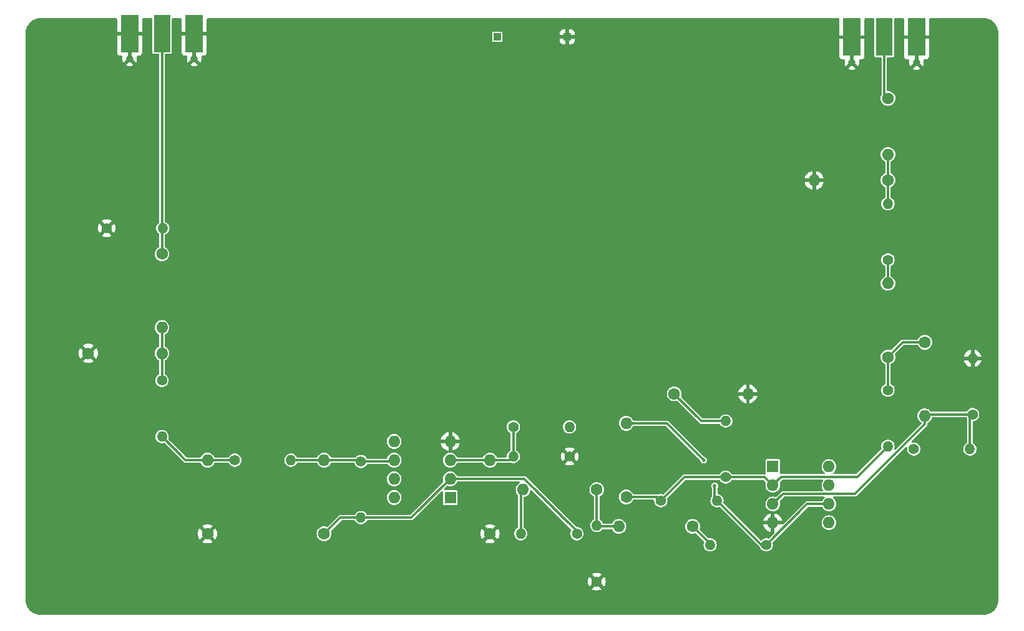
<source format=gbr>
%TF.GenerationSoftware,KiCad,Pcbnew,8.0.3*%
%TF.CreationDate,2024-09-19T11:22:37+05:30*%
%TF.ProjectId,VLF amplifier,564c4620-616d-4706-9c69-666965722e6b,rev?*%
%TF.SameCoordinates,Original*%
%TF.FileFunction,Copper,L1,Top*%
%TF.FilePolarity,Positive*%
%FSLAX46Y46*%
G04 Gerber Fmt 4.6, Leading zero omitted, Abs format (unit mm)*
G04 Created by KiCad (PCBNEW 8.0.3) date 2024-09-19 11:22:37*
%MOMM*%
%LPD*%
G01*
G04 APERTURE LIST*
%TA.AperFunction,ComponentPad*%
%ADD10C,1.400000*%
%TD*%
%TA.AperFunction,ComponentPad*%
%ADD11O,1.400000X1.400000*%
%TD*%
%TA.AperFunction,ComponentPad*%
%ADD12C,1.600000*%
%TD*%
%TA.AperFunction,ComponentPad*%
%ADD13O,1.600000X1.600000*%
%TD*%
%TA.AperFunction,ComponentPad*%
%ADD14R,1.000000X1.000000*%
%TD*%
%TA.AperFunction,SMDPad,CuDef*%
%ADD15R,2.290000X5.080000*%
%TD*%
%TA.AperFunction,SMDPad,CuDef*%
%ADD16R,2.420000X5.080000*%
%TD*%
%TA.AperFunction,SMDPad,CuDef*%
%ADD17R,0.460000X0.950000*%
%TD*%
%TA.AperFunction,ComponentPad*%
%ADD18C,0.970000*%
%TD*%
%TA.AperFunction,ComponentPad*%
%ADD19R,1.600000X1.600000*%
%TD*%
%TA.AperFunction,ViaPad*%
%ADD20C,0.500000*%
%TD*%
%TA.AperFunction,Conductor*%
%ADD21C,0.330000*%
%TD*%
G04 APERTURE END LIST*
D10*
%TO.P,R11,1*%
%TO.N,Net-(U2--)*%
X166310000Y-132500000D03*
D11*
%TO.P,R11,2*%
%TO.N,Net-(C6-Pad2)*%
X158690000Y-132500000D03*
%TD*%
D10*
%TO.P,R5,1*%
%TO.N,Net-(U1-+)*%
X220000000Y-116310000D03*
D11*
%TO.P,R5,2*%
%TO.N,GND*%
X220000000Y-108690000D03*
%TD*%
D10*
%TO.P,R3,1*%
%TO.N,Net-(C3-Pad1)*%
X208500000Y-113000000D03*
D11*
%TO.P,R3,2*%
%TO.N,Net-(U1--)*%
X208500000Y-120620000D03*
%TD*%
D12*
%TO.P,C8,1*%
%TO.N,GND*%
X154500000Y-132500000D03*
D13*
%TO.P,C8,2*%
%TO.N,Net-(U2-+)*%
X154500000Y-122500000D03*
%TD*%
D10*
%TO.P,R15,1*%
%TO.N,GND*%
X102500000Y-91000000D03*
D11*
%TO.P,R15,2*%
%TO.N,Net-(J2-In)*%
X110120000Y-91000000D03*
%TD*%
D14*
%TO.P,J4,1,Pin_1*%
%TO.N,GND*%
X165000000Y-65000000D03*
%TD*%
D12*
%TO.P,C1,1*%
%TO.N,Net-(C1-Pad1)*%
X179500000Y-113500000D03*
D13*
%TO.P,C1,2*%
%TO.N,GND*%
X189500000Y-113500000D03*
%TD*%
D12*
%TO.P,C11,1*%
%TO.N,Net-(J2-In)*%
X110000000Y-94500000D03*
D13*
%TO.P,C11,2*%
%TO.N,Net-(C10-Pad2)*%
X110000000Y-104500000D03*
%TD*%
D12*
%TO.P,C12,1*%
%TO.N,Net-(C12-Pad1)*%
X208500000Y-84500000D03*
D13*
%TO.P,C12,2*%
%TO.N,GND*%
X198500000Y-84500000D03*
%TD*%
D10*
%TO.P,R13,1*%
%TO.N,Net-(C9-Pad2)*%
X119880000Y-122500000D03*
D11*
%TO.P,R13,2*%
%TO.N,Net-(C7-Pad2)*%
X127500000Y-122500000D03*
%TD*%
D10*
%TO.P,R1,1*%
%TO.N,Net-(U1--)*%
X186500000Y-124810000D03*
D11*
%TO.P,R1,2*%
%TO.N,Net-(C1-Pad1)*%
X186500000Y-117190000D03*
%TD*%
D10*
%TO.P,R4,1*%
%TO.N,Net-(C4-Pad2)*%
X208500000Y-95310000D03*
D11*
%TO.P,R4,2*%
%TO.N,Net-(C12-Pad1)*%
X208500000Y-87690000D03*
%TD*%
D10*
%TO.P,R2,1*%
%TO.N,Net-(U1--)*%
X177690000Y-128000000D03*
D11*
%TO.P,R2,2*%
%TO.N,Net-(C2-Pad2)*%
X185310000Y-128000000D03*
%TD*%
D12*
%TO.P,C2,1*%
%TO.N,Net-(U1--)*%
X173000000Y-127500000D03*
D13*
%TO.P,C2,2*%
%TO.N,Net-(C2-Pad2)*%
X173000000Y-117500000D03*
%TD*%
D10*
%TO.P,R8,1*%
%TO.N,GND*%
X169000000Y-139000000D03*
D11*
%TO.P,R8,2*%
%TO.N,Net-(C5-Pad2)*%
X169000000Y-131380000D03*
%TD*%
D12*
%TO.P,C3,1*%
%TO.N,Net-(C3-Pad1)*%
X213500000Y-106500000D03*
D13*
%TO.P,C3,2*%
%TO.N,Net-(U1-+)*%
X213500000Y-116500000D03*
%TD*%
D10*
%TO.P,R7,1*%
%TO.N,Net-(C2-Pad2)*%
X192000000Y-134000000D03*
D11*
%TO.P,R7,2*%
%TO.N,Net-(C5-Pad1)*%
X184380000Y-134000000D03*
%TD*%
D14*
%TO.P,J3,1,Pin_1*%
%TO.N,12V*%
X155500000Y-65000000D03*
%TD*%
D10*
%TO.P,R6,1*%
%TO.N,12V*%
X212000000Y-121000000D03*
D11*
%TO.P,R6,2*%
%TO.N,Net-(U1-+)*%
X219620000Y-121000000D03*
%TD*%
D12*
%TO.P,C10,1*%
%TO.N,GND*%
X100000000Y-108000000D03*
D13*
%TO.P,C10,2*%
%TO.N,Net-(C10-Pad2)*%
X110000000Y-108000000D03*
%TD*%
D15*
%TO.P,J2,1,In*%
%TO.N,Net-(J2-In)*%
X110000000Y-64560000D03*
D16*
%TO.P,J2,2,Ext*%
%TO.N,GND*%
X114380000Y-64560000D03*
X105620000Y-64560000D03*
D17*
X114380000Y-67550000D03*
X105620000Y-67550000D03*
D18*
X114380000Y-68000000D03*
X105620000Y-68000000D03*
%TD*%
D15*
%TO.P,J1,1,In*%
%TO.N,Net-(J1-In)*%
X208000000Y-65060000D03*
D16*
%TO.P,J1,2,Ext*%
%TO.N,GND*%
X212380000Y-65060000D03*
X203620000Y-65060000D03*
D17*
X212380000Y-68050000D03*
X203620000Y-68050000D03*
D18*
X212380000Y-68500000D03*
X203620000Y-68500000D03*
%TD*%
D12*
%TO.P,L1,1,1*%
%TO.N,Net-(J1-In)*%
X208500000Y-73380000D03*
D13*
%TO.P,L1,2,2*%
%TO.N,Net-(C12-Pad1)*%
X208500000Y-81000000D03*
%TD*%
D19*
%TO.P,U2,1,NULL*%
%TO.N,unconnected-(U2-NULL-Pad1)*%
X149120000Y-127580000D03*
D13*
%TO.P,U2,2,-*%
%TO.N,Net-(U2--)*%
X149120000Y-125040000D03*
%TO.P,U2,3,+*%
%TO.N,Net-(U2-+)*%
X149120000Y-122500000D03*
%TO.P,U2,4,V-*%
%TO.N,GND*%
X149120000Y-119960000D03*
%TO.P,U2,5,NULL*%
%TO.N,unconnected-(U2-NULL-Pad5)*%
X141500000Y-119960000D03*
%TO.P,U2,6*%
%TO.N,Net-(C7-Pad2)*%
X141500000Y-122500000D03*
%TO.P,U2,7,V+*%
%TO.N,12V*%
X141500000Y-125040000D03*
%TO.P,U2,8,NC*%
%TO.N,unconnected-(U2-NC-Pad8)*%
X141500000Y-127580000D03*
%TD*%
D12*
%TO.P,C9,1*%
%TO.N,GND*%
X116190000Y-132500000D03*
D13*
%TO.P,C9,2*%
%TO.N,Net-(C9-Pad2)*%
X116190000Y-122500000D03*
%TD*%
D12*
%TO.P,C4,1*%
%TO.N,Net-(C3-Pad1)*%
X208500000Y-108500000D03*
D13*
%TO.P,C4,2*%
%TO.N,Net-(C4-Pad2)*%
X208500000Y-98500000D03*
%TD*%
D19*
%TO.P,U1,1,NULL*%
%TO.N,unconnected-(U1-NULL-Pad1)*%
X192880000Y-123380000D03*
D13*
%TO.P,U1,2,-*%
%TO.N,Net-(U1--)*%
X192880000Y-125920000D03*
%TO.P,U1,3,+*%
%TO.N,Net-(U1-+)*%
X192880000Y-128460000D03*
%TO.P,U1,4,V-*%
%TO.N,GND*%
X192880000Y-131000000D03*
%TO.P,U1,5,NULL*%
%TO.N,unconnected-(U1-NULL-Pad5)*%
X200500000Y-131000000D03*
%TO.P,U1,6*%
%TO.N,Net-(C2-Pad2)*%
X200500000Y-128460000D03*
%TO.P,U1,7,V+*%
%TO.N,12V*%
X200500000Y-125920000D03*
%TO.P,U1,8,NC*%
%TO.N,unconnected-(U1-NC-Pad8)*%
X200500000Y-123380000D03*
%TD*%
D12*
%TO.P,C7,1*%
%TO.N,Net-(U2--)*%
X132000000Y-132500000D03*
D13*
%TO.P,C7,2*%
%TO.N,Net-(C7-Pad2)*%
X132000000Y-122500000D03*
%TD*%
D12*
%TO.P,C5,1*%
%TO.N,Net-(C5-Pad1)*%
X182000000Y-131500000D03*
D13*
%TO.P,C5,2*%
%TO.N,Net-(C5-Pad2)*%
X172000000Y-131500000D03*
%TD*%
D12*
%TO.P,C6,1*%
%TO.N,Net-(C5-Pad2)*%
X169000000Y-126500000D03*
D13*
%TO.P,C6,2*%
%TO.N,Net-(C6-Pad2)*%
X159000000Y-126500000D03*
%TD*%
D10*
%TO.P,R9,1*%
%TO.N,Net-(U2-+)*%
X157690000Y-118000000D03*
D11*
%TO.P,R9,2*%
%TO.N,12V*%
X165310000Y-118000000D03*
%TD*%
D10*
%TO.P,R10,1*%
%TO.N,GND*%
X165310000Y-122000000D03*
D11*
%TO.P,R10,2*%
%TO.N,Net-(U2-+)*%
X157690000Y-122000000D03*
%TD*%
D10*
%TO.P,R14,1*%
%TO.N,Net-(C10-Pad2)*%
X110000000Y-111690000D03*
D11*
%TO.P,R14,2*%
%TO.N,Net-(C9-Pad2)*%
X110000000Y-119310000D03*
%TD*%
D10*
%TO.P,R12,1*%
%TO.N,Net-(C7-Pad2)*%
X137000000Y-122690000D03*
D11*
%TO.P,R12,2*%
%TO.N,Net-(U2--)*%
X137000000Y-130310000D03*
%TD*%
D20*
%TO.N,Net-(C2-Pad2)*%
X183500000Y-122500000D03*
X185000000Y-126000000D03*
%TD*%
D21*
%TO.N,Net-(C1-Pad1)*%
X183190000Y-117190000D02*
X186500000Y-117190000D01*
X179500000Y-113500000D02*
X183190000Y-117190000D01*
%TO.N,Net-(C2-Pad2)*%
X185000000Y-126000000D02*
X185000000Y-127690000D01*
X185000000Y-127690000D02*
X185310000Y-128000000D01*
X185310000Y-128000000D02*
X191310000Y-134000000D01*
X197540000Y-128460000D02*
X200500000Y-128460000D01*
X176500000Y-117500000D02*
X178500000Y-117500000D01*
X192000000Y-134000000D02*
X197540000Y-128460000D01*
X178500000Y-117500000D02*
X183500000Y-122500000D01*
X173000000Y-117500000D02*
X176500000Y-117500000D01*
X191310000Y-134000000D02*
X192000000Y-134000000D01*
%TO.N,Net-(U1--)*%
X180880000Y-124810000D02*
X177690000Y-128000000D01*
X186500000Y-124810000D02*
X180880000Y-124810000D01*
X173000000Y-127500000D02*
X177190000Y-127500000D01*
X186500000Y-124810000D02*
X191770000Y-124810000D01*
X177190000Y-127500000D02*
X177690000Y-128000000D01*
X194045000Y-124755000D02*
X204365000Y-124755000D01*
X192880000Y-125920000D02*
X194045000Y-124755000D01*
X191770000Y-124810000D02*
X192880000Y-125920000D01*
X204365000Y-124755000D02*
X208500000Y-120620000D01*
%TO.N,Net-(U1-+)*%
X213500000Y-117631370D02*
X204046370Y-127085000D01*
X194255000Y-127085000D02*
X192880000Y-128460000D01*
X204046370Y-127085000D02*
X194255000Y-127085000D01*
X219620000Y-121000000D02*
X219620000Y-116690000D01*
X213500000Y-116500000D02*
X214000000Y-116500000D01*
X219620000Y-116690000D02*
X220000000Y-116310000D01*
X214190000Y-116310000D02*
X220000000Y-116310000D01*
X214000000Y-116500000D02*
X214190000Y-116310000D01*
X213500000Y-116500000D02*
X213500000Y-117631370D01*
X219500000Y-121120000D02*
X219620000Y-121000000D01*
%TO.N,Net-(C3-Pad1)*%
X208500000Y-108500000D02*
X210500000Y-106500000D01*
X208500000Y-108500000D02*
X208500000Y-113000000D01*
X210500000Y-106500000D02*
X213500000Y-106500000D01*
%TO.N,Net-(C4-Pad2)*%
X208500000Y-95310000D02*
X208500000Y-98500000D01*
%TO.N,Net-(J2-In)*%
X110000000Y-94500000D02*
X110000000Y-91120000D01*
X110000000Y-91120000D02*
X110120000Y-91000000D01*
X110000000Y-90880000D02*
X110120000Y-91000000D01*
X110000000Y-66570000D02*
X110000000Y-90880000D01*
%TO.N,Net-(C5-Pad1)*%
X182000000Y-131500000D02*
X184380000Y-133880000D01*
X184380000Y-133880000D02*
X184380000Y-134000000D01*
%TO.N,Net-(C5-Pad2)*%
X169000000Y-126500000D02*
X169000000Y-131380000D01*
X169120000Y-131500000D02*
X169000000Y-131380000D01*
X172000000Y-131500000D02*
X169120000Y-131500000D01*
%TO.N,Net-(C6-Pad2)*%
X158690000Y-132500000D02*
X158690000Y-126810000D01*
X158690000Y-126810000D02*
X159000000Y-126500000D01*
%TO.N,Net-(C7-Pad2)*%
X132000000Y-122500000D02*
X136810000Y-122500000D01*
X136810000Y-122500000D02*
X137000000Y-122690000D01*
X141310000Y-122690000D02*
X141500000Y-122500000D01*
X127500000Y-122500000D02*
X132000000Y-122500000D01*
X137000000Y-122690000D02*
X141310000Y-122690000D01*
%TO.N,Net-(U2--)*%
X149120000Y-125040000D02*
X143850000Y-130310000D01*
X143850000Y-130310000D02*
X137000000Y-130310000D01*
X159187559Y-125040000D02*
X166310000Y-132162441D01*
X137000000Y-130310000D02*
X134190000Y-130310000D01*
X166310000Y-132162441D02*
X166310000Y-132500000D01*
X149120000Y-125040000D02*
X159187559Y-125040000D01*
X134190000Y-130310000D02*
X132000000Y-132500000D01*
%TO.N,Net-(J1-In)*%
X208000000Y-72880000D02*
X208500000Y-73380000D01*
X208000000Y-65060000D02*
X208000000Y-72880000D01*
%TO.N,Net-(U2-+)*%
X154500000Y-122500000D02*
X157190000Y-122500000D01*
X157690000Y-118000000D02*
X157690000Y-122000000D01*
X149120000Y-122500000D02*
X154500000Y-122500000D01*
X157190000Y-122500000D02*
X157690000Y-122000000D01*
%TO.N,Net-(C9-Pad2)*%
X116190000Y-122500000D02*
X119880000Y-122500000D01*
X113190000Y-122500000D02*
X116190000Y-122500000D01*
X110000000Y-119310000D02*
X113190000Y-122500000D01*
%TO.N,Net-(C10-Pad2)*%
X110000000Y-108000000D02*
X110000000Y-104500000D01*
X110000000Y-111690000D02*
X110000000Y-108000000D01*
%TO.N,Net-(C12-Pad1)*%
X208500000Y-81000000D02*
X208500000Y-87690000D01*
%TD*%
%TA.AperFunction,Conductor*%
%TO.N,GND*%
G36*
X103853039Y-62520185D02*
G01*
X103898794Y-62572989D01*
X103910000Y-62624500D01*
X103910000Y-64310000D01*
X107330000Y-64310000D01*
X107330000Y-62624500D01*
X107349685Y-62557461D01*
X107402489Y-62511706D01*
X107454000Y-62500500D01*
X108530500Y-62500500D01*
X108597539Y-62520185D01*
X108643294Y-62572989D01*
X108654500Y-62624500D01*
X108654500Y-67119752D01*
X108666131Y-67178229D01*
X108666132Y-67178230D01*
X108710447Y-67244552D01*
X108776769Y-67288867D01*
X108776770Y-67288868D01*
X108835247Y-67300499D01*
X108835250Y-67300500D01*
X108835252Y-67300500D01*
X109510500Y-67300500D01*
X109577539Y-67320185D01*
X109623294Y-67372989D01*
X109634500Y-67424500D01*
X109634500Y-90176475D01*
X109614815Y-90243514D01*
X109583387Y-90276792D01*
X109514128Y-90327112D01*
X109514123Y-90327116D01*
X109387466Y-90467785D01*
X109292821Y-90631715D01*
X109292818Y-90631722D01*
X109234327Y-90811740D01*
X109234326Y-90811744D01*
X109214540Y-91000000D01*
X109234326Y-91188256D01*
X109234327Y-91188259D01*
X109292818Y-91368277D01*
X109292821Y-91368284D01*
X109387467Y-91532216D01*
X109498300Y-91655308D01*
X109514129Y-91672888D01*
X109514133Y-91672892D01*
X109583384Y-91723204D01*
X109626051Y-91778533D01*
X109634500Y-91823523D01*
X109634500Y-93486586D01*
X109614815Y-93553625D01*
X109568953Y-93595944D01*
X109441467Y-93664086D01*
X109441460Y-93664090D01*
X109289116Y-93789116D01*
X109164090Y-93941460D01*
X109164086Y-93941467D01*
X109071188Y-94115266D01*
X109013975Y-94303870D01*
X108994659Y-94500000D01*
X109013975Y-94696129D01*
X109071188Y-94884733D01*
X109164086Y-95058532D01*
X109164090Y-95058539D01*
X109289116Y-95210883D01*
X109441460Y-95335909D01*
X109441467Y-95335913D01*
X109615266Y-95428811D01*
X109615269Y-95428811D01*
X109615273Y-95428814D01*
X109803868Y-95486024D01*
X110000000Y-95505341D01*
X110196132Y-95486024D01*
X110384727Y-95428814D01*
X110558538Y-95335910D01*
X110710883Y-95210883D01*
X110835910Y-95058538D01*
X110928814Y-94884727D01*
X110986024Y-94696132D01*
X111005341Y-94500000D01*
X110986024Y-94303868D01*
X110928814Y-94115273D01*
X110928811Y-94115269D01*
X110928811Y-94115266D01*
X110835913Y-93941467D01*
X110835909Y-93941460D01*
X110710883Y-93789116D01*
X110558539Y-93664090D01*
X110558532Y-93664086D01*
X110431047Y-93595944D01*
X110381203Y-93546982D01*
X110365500Y-93486586D01*
X110365500Y-91956943D01*
X110385185Y-91889904D01*
X110437989Y-91844149D01*
X110439064Y-91843664D01*
X110496613Y-91818040D01*
X110572730Y-91784151D01*
X110725871Y-91672888D01*
X110852533Y-91532216D01*
X110947179Y-91368284D01*
X111005674Y-91188256D01*
X111025460Y-91000000D01*
X111005674Y-90811744D01*
X110947179Y-90631716D01*
X110852533Y-90467784D01*
X110725871Y-90327112D01*
X110725870Y-90327111D01*
X110572734Y-90215851D01*
X110572729Y-90215848D01*
X110439064Y-90156336D01*
X110385827Y-90111086D01*
X110365506Y-90044237D01*
X110365500Y-90043057D01*
X110365500Y-84249999D01*
X197221127Y-84249999D01*
X197221128Y-84250000D01*
X198184314Y-84250000D01*
X198179920Y-84254394D01*
X198127259Y-84345606D01*
X198100000Y-84447339D01*
X198100000Y-84552661D01*
X198127259Y-84654394D01*
X198179920Y-84745606D01*
X198184314Y-84750000D01*
X197221128Y-84750000D01*
X197273730Y-84946317D01*
X197273734Y-84946326D01*
X197369865Y-85152482D01*
X197500342Y-85338820D01*
X197661179Y-85499657D01*
X197847517Y-85630134D01*
X198053673Y-85726265D01*
X198053682Y-85726269D01*
X198249999Y-85778872D01*
X198250000Y-85778871D01*
X198250000Y-84815686D01*
X198254394Y-84820080D01*
X198345606Y-84872741D01*
X198447339Y-84900000D01*
X198552661Y-84900000D01*
X198654394Y-84872741D01*
X198745606Y-84820080D01*
X198750000Y-84815686D01*
X198750000Y-85778872D01*
X198946317Y-85726269D01*
X198946326Y-85726265D01*
X199152482Y-85630134D01*
X199338820Y-85499657D01*
X199499657Y-85338820D01*
X199630134Y-85152482D01*
X199726265Y-84946326D01*
X199726269Y-84946317D01*
X199778872Y-84750000D01*
X198815686Y-84750000D01*
X198820080Y-84745606D01*
X198872741Y-84654394D01*
X198900000Y-84552661D01*
X198900000Y-84447339D01*
X198872741Y-84345606D01*
X198820080Y-84254394D01*
X198815686Y-84250000D01*
X199778872Y-84250000D01*
X199778872Y-84249999D01*
X199726269Y-84053682D01*
X199726265Y-84053673D01*
X199630134Y-83847517D01*
X199499657Y-83661179D01*
X199338820Y-83500342D01*
X199152482Y-83369865D01*
X198946328Y-83273734D01*
X198750000Y-83221127D01*
X198750000Y-84184314D01*
X198745606Y-84179920D01*
X198654394Y-84127259D01*
X198552661Y-84100000D01*
X198447339Y-84100000D01*
X198345606Y-84127259D01*
X198254394Y-84179920D01*
X198250000Y-84184314D01*
X198250000Y-83221127D01*
X198053671Y-83273734D01*
X197847517Y-83369865D01*
X197661179Y-83500342D01*
X197500342Y-83661179D01*
X197369865Y-83847517D01*
X197273734Y-84053673D01*
X197273730Y-84053682D01*
X197221127Y-84249999D01*
X110365500Y-84249999D01*
X110365500Y-81000000D01*
X207494659Y-81000000D01*
X207513975Y-81196129D01*
X207571188Y-81384733D01*
X207664086Y-81558532D01*
X207664090Y-81558539D01*
X207789116Y-81710883D01*
X207941460Y-81835909D01*
X207941463Y-81835911D01*
X207985340Y-81859363D01*
X208068953Y-81904055D01*
X208118797Y-81953016D01*
X208134500Y-82013413D01*
X208134500Y-83486586D01*
X208114815Y-83553625D01*
X208068953Y-83595944D01*
X207941467Y-83664086D01*
X207941460Y-83664090D01*
X207789116Y-83789116D01*
X207664090Y-83941460D01*
X207664086Y-83941467D01*
X207571188Y-84115266D01*
X207513975Y-84303870D01*
X207494659Y-84500000D01*
X207513975Y-84696129D01*
X207513976Y-84696132D01*
X207551575Y-84820080D01*
X207571188Y-84884733D01*
X207664086Y-85058532D01*
X207664090Y-85058539D01*
X207789116Y-85210883D01*
X207941460Y-85335909D01*
X207941463Y-85335911D01*
X207985340Y-85359363D01*
X208068953Y-85404055D01*
X208118797Y-85453016D01*
X208134500Y-85513413D01*
X208134500Y-86786485D01*
X208114815Y-86853524D01*
X208062011Y-86899279D01*
X208060936Y-86899764D01*
X208047269Y-86905848D01*
X207894129Y-87017111D01*
X207767466Y-87157785D01*
X207672821Y-87321715D01*
X207672818Y-87321722D01*
X207614327Y-87501740D01*
X207614326Y-87501744D01*
X207594540Y-87690000D01*
X207614326Y-87878256D01*
X207614327Y-87878259D01*
X207672818Y-88058277D01*
X207672821Y-88058284D01*
X207767467Y-88222216D01*
X207894129Y-88362888D01*
X208047265Y-88474148D01*
X208047270Y-88474151D01*
X208220192Y-88551142D01*
X208220197Y-88551144D01*
X208405354Y-88590500D01*
X208405355Y-88590500D01*
X208594644Y-88590500D01*
X208594646Y-88590500D01*
X208779803Y-88551144D01*
X208952730Y-88474151D01*
X209105871Y-88362888D01*
X209232533Y-88222216D01*
X209327179Y-88058284D01*
X209385674Y-87878256D01*
X209405460Y-87690000D01*
X209385674Y-87501744D01*
X209327179Y-87321716D01*
X209232533Y-87157784D01*
X209105871Y-87017112D01*
X209105870Y-87017111D01*
X208952730Y-86905848D01*
X208939064Y-86899764D01*
X208885827Y-86854514D01*
X208865506Y-86787664D01*
X208865500Y-86786485D01*
X208865500Y-85513413D01*
X208885185Y-85446374D01*
X208931045Y-85404056D01*
X209058538Y-85335910D01*
X209210883Y-85210883D01*
X209335910Y-85058538D01*
X209395893Y-84946317D01*
X209428811Y-84884733D01*
X209428811Y-84884732D01*
X209428814Y-84884727D01*
X209486024Y-84696132D01*
X209505341Y-84500000D01*
X209486024Y-84303868D01*
X209428814Y-84115273D01*
X209428811Y-84115269D01*
X209428811Y-84115266D01*
X209335913Y-83941467D01*
X209335909Y-83941460D01*
X209210883Y-83789116D01*
X209058539Y-83664090D01*
X209058532Y-83664086D01*
X208931047Y-83595944D01*
X208881203Y-83546982D01*
X208865500Y-83486586D01*
X208865500Y-82013413D01*
X208885185Y-81946374D01*
X208931045Y-81904056D01*
X209058538Y-81835910D01*
X209210883Y-81710883D01*
X209335910Y-81558538D01*
X209428814Y-81384727D01*
X209486024Y-81196132D01*
X209505341Y-81000000D01*
X209486024Y-80803868D01*
X209428814Y-80615273D01*
X209428811Y-80615269D01*
X209428811Y-80615266D01*
X209335913Y-80441467D01*
X209335909Y-80441460D01*
X209210883Y-80289116D01*
X209058539Y-80164090D01*
X209058532Y-80164086D01*
X208884733Y-80071188D01*
X208884727Y-80071186D01*
X208696132Y-80013976D01*
X208696129Y-80013975D01*
X208500000Y-79994659D01*
X208303870Y-80013975D01*
X208115266Y-80071188D01*
X207941467Y-80164086D01*
X207941460Y-80164090D01*
X207789116Y-80289116D01*
X207664090Y-80441460D01*
X207664086Y-80441467D01*
X207571188Y-80615266D01*
X207513975Y-80803870D01*
X207494659Y-81000000D01*
X110365500Y-81000000D01*
X110365500Y-69350992D01*
X203122559Y-69350992D01*
X203241230Y-69414423D01*
X203426907Y-69470748D01*
X203620000Y-69489765D01*
X203813092Y-69470748D01*
X203998772Y-69414422D01*
X203998774Y-69414422D01*
X204117438Y-69350992D01*
X204117439Y-69350991D01*
X203620001Y-68853553D01*
X203620000Y-68853553D01*
X203122559Y-69350992D01*
X110365500Y-69350992D01*
X110365500Y-68850992D01*
X113882559Y-68850992D01*
X114001230Y-68914423D01*
X114186907Y-68970748D01*
X114380000Y-68989765D01*
X114573092Y-68970748D01*
X114758772Y-68914422D01*
X114758774Y-68914422D01*
X114877438Y-68850992D01*
X114877439Y-68850991D01*
X114380001Y-68353553D01*
X114380000Y-68353553D01*
X113882559Y-68850992D01*
X110365500Y-68850992D01*
X110365500Y-67424500D01*
X110385185Y-67357461D01*
X110437989Y-67311706D01*
X110489500Y-67300500D01*
X111164750Y-67300500D01*
X111164751Y-67300499D01*
X111179568Y-67297552D01*
X111223229Y-67288868D01*
X111223229Y-67288867D01*
X111223231Y-67288867D01*
X111289552Y-67244552D01*
X111333867Y-67178231D01*
X111333867Y-67178229D01*
X111333868Y-67178229D01*
X111339912Y-67147844D01*
X112670000Y-67147844D01*
X112676401Y-67207372D01*
X112676403Y-67207379D01*
X112726645Y-67342086D01*
X112726649Y-67342093D01*
X112812809Y-67457187D01*
X112812812Y-67457190D01*
X112927906Y-67543350D01*
X112927913Y-67543354D01*
X113062620Y-67593596D01*
X113062627Y-67593598D01*
X113122155Y-67599999D01*
X113122172Y-67600000D01*
X113304822Y-67600000D01*
X113371861Y-67619685D01*
X113417616Y-67672489D01*
X113427560Y-67741647D01*
X113423482Y-67759996D01*
X113409252Y-67806904D01*
X113390234Y-68000000D01*
X113409251Y-68193092D01*
X113465576Y-68378769D01*
X113529007Y-68497438D01*
X114072195Y-67954250D01*
X114150000Y-67954250D01*
X114150000Y-68045750D01*
X114185015Y-68130285D01*
X114249715Y-68194985D01*
X114334250Y-68230000D01*
X114425750Y-68230000D01*
X114510285Y-68194985D01*
X114574985Y-68130285D01*
X114610000Y-68045750D01*
X114610000Y-67954250D01*
X114574985Y-67869715D01*
X114510285Y-67805015D01*
X114449893Y-67780000D01*
X114513552Y-67780000D01*
X115230991Y-68497439D01*
X115230992Y-68497438D01*
X115294422Y-68378774D01*
X115294422Y-68378772D01*
X115350748Y-68193092D01*
X115369765Y-68000000D01*
X115350747Y-67806904D01*
X115336518Y-67759996D01*
X115335894Y-67690129D01*
X115362538Y-67647844D01*
X201910000Y-67647844D01*
X201916401Y-67707372D01*
X201916403Y-67707379D01*
X201966645Y-67842086D01*
X201966649Y-67842093D01*
X202052809Y-67957187D01*
X202052812Y-67957190D01*
X202167906Y-68043350D01*
X202167913Y-68043354D01*
X202302620Y-68093596D01*
X202302627Y-68093598D01*
X202362155Y-68099999D01*
X202362172Y-68100000D01*
X202544822Y-68100000D01*
X202611861Y-68119685D01*
X202657616Y-68172489D01*
X202667560Y-68241647D01*
X202663482Y-68259996D01*
X202649252Y-68306904D01*
X202630234Y-68500000D01*
X202649251Y-68693092D01*
X202705576Y-68878769D01*
X202769007Y-68997438D01*
X203312195Y-68454250D01*
X203390000Y-68454250D01*
X203390000Y-68545750D01*
X203425015Y-68630285D01*
X203489715Y-68694985D01*
X203574250Y-68730000D01*
X203665750Y-68730000D01*
X203750285Y-68694985D01*
X203814985Y-68630285D01*
X203850000Y-68545750D01*
X203850000Y-68454250D01*
X203814985Y-68369715D01*
X203750285Y-68305015D01*
X203689893Y-68280000D01*
X203753552Y-68280000D01*
X204470991Y-68997439D01*
X204470992Y-68997438D01*
X204534422Y-68878774D01*
X204534422Y-68878772D01*
X204590748Y-68693092D01*
X204609765Y-68500000D01*
X204590747Y-68306904D01*
X204576518Y-68259996D01*
X204575894Y-68190129D01*
X204613141Y-68131016D01*
X204676435Y-68101425D01*
X204695178Y-68100000D01*
X204877828Y-68100000D01*
X204877844Y-68099999D01*
X204937372Y-68093598D01*
X204937379Y-68093596D01*
X205072086Y-68043354D01*
X205072093Y-68043350D01*
X205187187Y-67957190D01*
X205187190Y-67957187D01*
X205273350Y-67842093D01*
X205273354Y-67842086D01*
X205323596Y-67707379D01*
X205323598Y-67707372D01*
X205329999Y-67647844D01*
X205330000Y-67647827D01*
X205330000Y-65310000D01*
X203870000Y-65310000D01*
X203870000Y-68071638D01*
X203850315Y-68138677D01*
X203850000Y-68139067D01*
X203850000Y-68156000D01*
X203830315Y-68223039D01*
X203777511Y-68268794D01*
X203756281Y-68273412D01*
X203753552Y-68280000D01*
X203689893Y-68280000D01*
X203665750Y-68270000D01*
X203574250Y-68270000D01*
X203489715Y-68305015D01*
X203425015Y-68369715D01*
X203390000Y-68454250D01*
X203312195Y-68454250D01*
X203486446Y-68279999D01*
X203482631Y-68270789D01*
X203446961Y-68260315D01*
X203401206Y-68207511D01*
X203390000Y-68156000D01*
X203390000Y-68129433D01*
X203372834Y-68097996D01*
X203370000Y-68071638D01*
X203370000Y-65310000D01*
X201910000Y-65310000D01*
X201910000Y-67647844D01*
X115362538Y-67647844D01*
X115373141Y-67631016D01*
X115436435Y-67601425D01*
X115455178Y-67600000D01*
X115637828Y-67600000D01*
X115637844Y-67599999D01*
X115697372Y-67593598D01*
X115697379Y-67593596D01*
X115832086Y-67543354D01*
X115832093Y-67543350D01*
X115947187Y-67457190D01*
X115947190Y-67457187D01*
X116033350Y-67342093D01*
X116033354Y-67342086D01*
X116083596Y-67207379D01*
X116083598Y-67207372D01*
X116089999Y-67147844D01*
X116090000Y-67147827D01*
X116090000Y-64810000D01*
X114630000Y-64810000D01*
X114630000Y-67571638D01*
X114610315Y-67638677D01*
X114610000Y-67639067D01*
X114610000Y-67656000D01*
X114590315Y-67723039D01*
X114537511Y-67768794D01*
X114516281Y-67773412D01*
X114513552Y-67780000D01*
X114449893Y-67780000D01*
X114425750Y-67770000D01*
X114334250Y-67770000D01*
X114249715Y-67805015D01*
X114185015Y-67869715D01*
X114150000Y-67954250D01*
X114072195Y-67954250D01*
X114246446Y-67779999D01*
X114242631Y-67770789D01*
X114206961Y-67760315D01*
X114161206Y-67707511D01*
X114150000Y-67656000D01*
X114150000Y-67629433D01*
X114132834Y-67597996D01*
X114130000Y-67571638D01*
X114130000Y-64810000D01*
X112670000Y-64810000D01*
X112670000Y-67147844D01*
X111339912Y-67147844D01*
X111345499Y-67119752D01*
X111345500Y-67119750D01*
X111345500Y-64480247D01*
X154799500Y-64480247D01*
X154799500Y-65519752D01*
X154811131Y-65578229D01*
X154811132Y-65578230D01*
X154855447Y-65644552D01*
X154921769Y-65688867D01*
X154921770Y-65688868D01*
X154980247Y-65700499D01*
X154980250Y-65700500D01*
X154980252Y-65700500D01*
X156019750Y-65700500D01*
X156019751Y-65700499D01*
X156034568Y-65697552D01*
X156078229Y-65688868D01*
X156078229Y-65688867D01*
X156078231Y-65688867D01*
X156144552Y-65644552D01*
X156188867Y-65578231D01*
X156188867Y-65578229D01*
X156188868Y-65578229D01*
X156194912Y-65547844D01*
X164000000Y-65547844D01*
X164006401Y-65607372D01*
X164006403Y-65607379D01*
X164056645Y-65742086D01*
X164056649Y-65742093D01*
X164142809Y-65857187D01*
X164142812Y-65857190D01*
X164257906Y-65943350D01*
X164257913Y-65943354D01*
X164392620Y-65993596D01*
X164392627Y-65993598D01*
X164452155Y-65999999D01*
X164452172Y-66000000D01*
X164750000Y-66000000D01*
X165250000Y-66000000D01*
X165547828Y-66000000D01*
X165547844Y-65999999D01*
X165607372Y-65993598D01*
X165607379Y-65993596D01*
X165742086Y-65943354D01*
X165742093Y-65943350D01*
X165857187Y-65857190D01*
X165857190Y-65857187D01*
X165943350Y-65742093D01*
X165943354Y-65742086D01*
X165993596Y-65607379D01*
X165993598Y-65607372D01*
X165999999Y-65547844D01*
X166000000Y-65547827D01*
X166000000Y-65250000D01*
X165250000Y-65250000D01*
X165250000Y-66000000D01*
X164750000Y-66000000D01*
X164750000Y-65250000D01*
X164000000Y-65250000D01*
X164000000Y-65547844D01*
X156194912Y-65547844D01*
X156200499Y-65519752D01*
X156200500Y-65519750D01*
X156200500Y-64957213D01*
X164675000Y-64957213D01*
X164675000Y-65042787D01*
X164697149Y-65125445D01*
X164739936Y-65199554D01*
X164800446Y-65260064D01*
X164874555Y-65302851D01*
X164957213Y-65325000D01*
X165042787Y-65325000D01*
X165125445Y-65302851D01*
X165199554Y-65260064D01*
X165260064Y-65199554D01*
X165302851Y-65125445D01*
X165325000Y-65042787D01*
X165325000Y-64957213D01*
X165302851Y-64874555D01*
X165260064Y-64800446D01*
X165209618Y-64750000D01*
X165250000Y-64750000D01*
X166000000Y-64750000D01*
X166000000Y-64452172D01*
X165999999Y-64452155D01*
X165993598Y-64392627D01*
X165993596Y-64392620D01*
X165943354Y-64257913D01*
X165943350Y-64257906D01*
X165857190Y-64142812D01*
X165857187Y-64142809D01*
X165742093Y-64056649D01*
X165742086Y-64056645D01*
X165607379Y-64006403D01*
X165607372Y-64006401D01*
X165547844Y-64000000D01*
X165250000Y-64000000D01*
X165250000Y-64750000D01*
X165209618Y-64750000D01*
X165199554Y-64739936D01*
X165125445Y-64697149D01*
X165042787Y-64675000D01*
X164957213Y-64675000D01*
X164874555Y-64697149D01*
X164800446Y-64739936D01*
X164739936Y-64800446D01*
X164697149Y-64874555D01*
X164675000Y-64957213D01*
X156200500Y-64957213D01*
X156200500Y-64480249D01*
X156200499Y-64480247D01*
X156194912Y-64452155D01*
X164000000Y-64452155D01*
X164000000Y-64750000D01*
X164750000Y-64750000D01*
X164750000Y-64000000D01*
X164452155Y-64000000D01*
X164392627Y-64006401D01*
X164392620Y-64006403D01*
X164257913Y-64056645D01*
X164257906Y-64056649D01*
X164142812Y-64142809D01*
X164142809Y-64142812D01*
X164056649Y-64257906D01*
X164056645Y-64257913D01*
X164006403Y-64392620D01*
X164006401Y-64392627D01*
X164000000Y-64452155D01*
X156194912Y-64452155D01*
X156188868Y-64421770D01*
X156188867Y-64421769D01*
X156144552Y-64355447D01*
X156078230Y-64311132D01*
X156078229Y-64311131D01*
X156019752Y-64299500D01*
X156019748Y-64299500D01*
X154980252Y-64299500D01*
X154980247Y-64299500D01*
X154921770Y-64311131D01*
X154921769Y-64311132D01*
X154855447Y-64355447D01*
X154811132Y-64421769D01*
X154811131Y-64421770D01*
X154799500Y-64480247D01*
X111345500Y-64480247D01*
X111345500Y-62624500D01*
X111365185Y-62557461D01*
X111417989Y-62511706D01*
X111469500Y-62500500D01*
X112546000Y-62500500D01*
X112613039Y-62520185D01*
X112658794Y-62572989D01*
X112670000Y-62624500D01*
X112670000Y-64310000D01*
X116090000Y-64310000D01*
X116090000Y-62624500D01*
X116109685Y-62557461D01*
X116162489Y-62511706D01*
X116214000Y-62500500D01*
X201786000Y-62500500D01*
X201853039Y-62520185D01*
X201898794Y-62572989D01*
X201910000Y-62624500D01*
X201910000Y-64810000D01*
X205330000Y-64810000D01*
X205330000Y-62624500D01*
X205349685Y-62557461D01*
X205402489Y-62511706D01*
X205454000Y-62500500D01*
X206530500Y-62500500D01*
X206597539Y-62520185D01*
X206643294Y-62572989D01*
X206654500Y-62624500D01*
X206654500Y-67619752D01*
X206666131Y-67678229D01*
X206666132Y-67678230D01*
X206710447Y-67744552D01*
X206776769Y-67788867D01*
X206776770Y-67788868D01*
X206835247Y-67800499D01*
X206835250Y-67800500D01*
X206835252Y-67800500D01*
X207510500Y-67800500D01*
X207577539Y-67820185D01*
X207623294Y-67872989D01*
X207634500Y-67924500D01*
X207634500Y-72845760D01*
X207619858Y-72904213D01*
X207571188Y-72995267D01*
X207513975Y-73183870D01*
X207494659Y-73380000D01*
X207513975Y-73576129D01*
X207571188Y-73764733D01*
X207664086Y-73938532D01*
X207664090Y-73938539D01*
X207789116Y-74090883D01*
X207941460Y-74215909D01*
X207941467Y-74215913D01*
X208115266Y-74308811D01*
X208115269Y-74308811D01*
X208115273Y-74308814D01*
X208303868Y-74366024D01*
X208500000Y-74385341D01*
X208696132Y-74366024D01*
X208884727Y-74308814D01*
X209058538Y-74215910D01*
X209210883Y-74090883D01*
X209335910Y-73938538D01*
X209428814Y-73764727D01*
X209486024Y-73576132D01*
X209505341Y-73380000D01*
X209486024Y-73183868D01*
X209428814Y-72995273D01*
X209428811Y-72995267D01*
X209428811Y-72995266D01*
X209335913Y-72821467D01*
X209335909Y-72821460D01*
X209210883Y-72669116D01*
X209058539Y-72544090D01*
X209058532Y-72544086D01*
X208884733Y-72451188D01*
X208884727Y-72451186D01*
X208696132Y-72393976D01*
X208696129Y-72393975D01*
X208500000Y-72374659D01*
X208493909Y-72374659D01*
X208493909Y-72373028D01*
X208433002Y-72361474D01*
X208382294Y-72313406D01*
X208365500Y-72251093D01*
X208365500Y-69350992D01*
X211882559Y-69350992D01*
X212001230Y-69414423D01*
X212186907Y-69470748D01*
X212380000Y-69489765D01*
X212573092Y-69470748D01*
X212758772Y-69414422D01*
X212758774Y-69414422D01*
X212877438Y-69350992D01*
X212877439Y-69350991D01*
X212380001Y-68853553D01*
X212380000Y-68853553D01*
X211882559Y-69350992D01*
X208365500Y-69350992D01*
X208365500Y-67924500D01*
X208385185Y-67857461D01*
X208437989Y-67811706D01*
X208489500Y-67800500D01*
X209164750Y-67800500D01*
X209164751Y-67800499D01*
X209179568Y-67797552D01*
X209223229Y-67788868D01*
X209223229Y-67788867D01*
X209223231Y-67788867D01*
X209289552Y-67744552D01*
X209333867Y-67678231D01*
X209333867Y-67678229D01*
X209333868Y-67678229D01*
X209339912Y-67647844D01*
X210670000Y-67647844D01*
X210676401Y-67707372D01*
X210676403Y-67707379D01*
X210726645Y-67842086D01*
X210726649Y-67842093D01*
X210812809Y-67957187D01*
X210812812Y-67957190D01*
X210927906Y-68043350D01*
X210927913Y-68043354D01*
X211062620Y-68093596D01*
X211062627Y-68093598D01*
X211122155Y-68099999D01*
X211122172Y-68100000D01*
X211304822Y-68100000D01*
X211371861Y-68119685D01*
X211417616Y-68172489D01*
X211427560Y-68241647D01*
X211423482Y-68259996D01*
X211409252Y-68306904D01*
X211390234Y-68500000D01*
X211409251Y-68693092D01*
X211465576Y-68878769D01*
X211529007Y-68997438D01*
X212072195Y-68454250D01*
X212150000Y-68454250D01*
X212150000Y-68545750D01*
X212185015Y-68630285D01*
X212249715Y-68694985D01*
X212334250Y-68730000D01*
X212425750Y-68730000D01*
X212510285Y-68694985D01*
X212574985Y-68630285D01*
X212610000Y-68545750D01*
X212610000Y-68454250D01*
X212574985Y-68369715D01*
X212510285Y-68305015D01*
X212449893Y-68280000D01*
X212513552Y-68280000D01*
X213230991Y-68997439D01*
X213230992Y-68997438D01*
X213294422Y-68878774D01*
X213294422Y-68878772D01*
X213350748Y-68693092D01*
X213369765Y-68500000D01*
X213350747Y-68306904D01*
X213336518Y-68259996D01*
X213335894Y-68190129D01*
X213373141Y-68131016D01*
X213436435Y-68101425D01*
X213455178Y-68100000D01*
X213637828Y-68100000D01*
X213637844Y-68099999D01*
X213697372Y-68093598D01*
X213697379Y-68093596D01*
X213832086Y-68043354D01*
X213832093Y-68043350D01*
X213947187Y-67957190D01*
X213947190Y-67957187D01*
X214033350Y-67842093D01*
X214033354Y-67842086D01*
X214083596Y-67707379D01*
X214083598Y-67707372D01*
X214089999Y-67647844D01*
X214090000Y-67647827D01*
X214090000Y-65310000D01*
X212630000Y-65310000D01*
X212630000Y-68071638D01*
X212610315Y-68138677D01*
X212610000Y-68139067D01*
X212610000Y-68156000D01*
X212590315Y-68223039D01*
X212537511Y-68268794D01*
X212516281Y-68273412D01*
X212513552Y-68280000D01*
X212449893Y-68280000D01*
X212425750Y-68270000D01*
X212334250Y-68270000D01*
X212249715Y-68305015D01*
X212185015Y-68369715D01*
X212150000Y-68454250D01*
X212072195Y-68454250D01*
X212246446Y-68279999D01*
X212242631Y-68270789D01*
X212206961Y-68260315D01*
X212161206Y-68207511D01*
X212150000Y-68156000D01*
X212150000Y-68129433D01*
X212132834Y-68097996D01*
X212130000Y-68071638D01*
X212130000Y-65310000D01*
X210670000Y-65310000D01*
X210670000Y-67647844D01*
X209339912Y-67647844D01*
X209343259Y-67631016D01*
X209345500Y-67619748D01*
X209345500Y-62624500D01*
X209365185Y-62557461D01*
X209417989Y-62511706D01*
X209469500Y-62500500D01*
X210546000Y-62500500D01*
X210613039Y-62520185D01*
X210658794Y-62572989D01*
X210670000Y-62624500D01*
X210670000Y-64810000D01*
X214090000Y-64810000D01*
X214090000Y-62624500D01*
X214109685Y-62557461D01*
X214162489Y-62511706D01*
X214214000Y-62500500D01*
X221434108Y-62500500D01*
X221495933Y-62500500D01*
X221504043Y-62500765D01*
X221752895Y-62517075D01*
X221768953Y-62519190D01*
X221961353Y-62557461D01*
X222009535Y-62567045D01*
X222025202Y-62571243D01*
X222182093Y-62624500D01*
X222257481Y-62650091D01*
X222272458Y-62656294D01*
X222481799Y-62759529D01*
X222492460Y-62764787D01*
X222506508Y-62772897D01*
X222710464Y-62909177D01*
X222723328Y-62919048D01*
X222907749Y-63080781D01*
X222919218Y-63092250D01*
X223080951Y-63276671D01*
X223090825Y-63289539D01*
X223227102Y-63493492D01*
X223235212Y-63507539D01*
X223343702Y-63727534D01*
X223349909Y-63742520D01*
X223428756Y-63974797D01*
X223432954Y-63990464D01*
X223480807Y-64231035D01*
X223482925Y-64247116D01*
X223499235Y-64495956D01*
X223499500Y-64504066D01*
X223499500Y-141495933D01*
X223499235Y-141504043D01*
X223482925Y-141752883D01*
X223480807Y-141768964D01*
X223432954Y-142009535D01*
X223428756Y-142025202D01*
X223349909Y-142257479D01*
X223343702Y-142272465D01*
X223235212Y-142492460D01*
X223227102Y-142506507D01*
X223090825Y-142710460D01*
X223080951Y-142723328D01*
X222919218Y-142907749D01*
X222907749Y-142919218D01*
X222723328Y-143080951D01*
X222710460Y-143090825D01*
X222506507Y-143227102D01*
X222492460Y-143235212D01*
X222272465Y-143343702D01*
X222257479Y-143349909D01*
X222025202Y-143428756D01*
X222009535Y-143432954D01*
X221768964Y-143480807D01*
X221752883Y-143482925D01*
X221504043Y-143499235D01*
X221495933Y-143499500D01*
X93504067Y-143499500D01*
X93495957Y-143499235D01*
X93247116Y-143482925D01*
X93231035Y-143480807D01*
X92990464Y-143432954D01*
X92974797Y-143428756D01*
X92742520Y-143349909D01*
X92727534Y-143343702D01*
X92507539Y-143235212D01*
X92493492Y-143227102D01*
X92289539Y-143090825D01*
X92276671Y-143080951D01*
X92092250Y-142919218D01*
X92080781Y-142907749D01*
X91919048Y-142723328D01*
X91909174Y-142710460D01*
X91772897Y-142506507D01*
X91764787Y-142492460D01*
X91658855Y-142277652D01*
X91656294Y-142272458D01*
X91650090Y-142257479D01*
X91571243Y-142025202D01*
X91567045Y-142009535D01*
X91559186Y-141970026D01*
X91519190Y-141768953D01*
X91517075Y-141752895D01*
X91500765Y-141504043D01*
X91500500Y-141495933D01*
X91500500Y-140006879D01*
X168346672Y-140006879D01*
X168346672Y-140006880D01*
X168462821Y-140078797D01*
X168462822Y-140078798D01*
X168670195Y-140159134D01*
X168888807Y-140200000D01*
X169111193Y-140200000D01*
X169329809Y-140159133D01*
X169537168Y-140078801D01*
X169537181Y-140078795D01*
X169653326Y-140006879D01*
X169000001Y-139353553D01*
X169000000Y-139353553D01*
X168346672Y-140006879D01*
X91500500Y-140006879D01*
X91500500Y-138999999D01*
X167794859Y-138999999D01*
X167794859Y-139000000D01*
X167815378Y-139221439D01*
X167876240Y-139435350D01*
X167975369Y-139634428D01*
X167991137Y-139655308D01*
X167991138Y-139655308D01*
X168646447Y-139000000D01*
X168600369Y-138953922D01*
X168650000Y-138953922D01*
X168650000Y-139046078D01*
X168673852Y-139135095D01*
X168719930Y-139214905D01*
X168785095Y-139280070D01*
X168864905Y-139326148D01*
X168953922Y-139350000D01*
X169046078Y-139350000D01*
X169135095Y-139326148D01*
X169214905Y-139280070D01*
X169280070Y-139214905D01*
X169326148Y-139135095D01*
X169350000Y-139046078D01*
X169350000Y-138999999D01*
X169353553Y-138999999D01*
X169353553Y-139000000D01*
X170008861Y-139655308D01*
X170024631Y-139634425D01*
X170024633Y-139634422D01*
X170123759Y-139435350D01*
X170184621Y-139221439D01*
X170205141Y-139000000D01*
X170205141Y-138999999D01*
X170184621Y-138778560D01*
X170123759Y-138564649D01*
X170024635Y-138365580D01*
X170024630Y-138365572D01*
X170008860Y-138344690D01*
X169353553Y-138999999D01*
X169350000Y-138999999D01*
X169350000Y-138953922D01*
X169326148Y-138864905D01*
X169280070Y-138785095D01*
X169214905Y-138719930D01*
X169135095Y-138673852D01*
X169046078Y-138650000D01*
X168953922Y-138650000D01*
X168864905Y-138673852D01*
X168785095Y-138719930D01*
X168719930Y-138785095D01*
X168673852Y-138864905D01*
X168650000Y-138953922D01*
X168600369Y-138953922D01*
X167991138Y-138344691D01*
X167991137Y-138344691D01*
X167975368Y-138365574D01*
X167876240Y-138564649D01*
X167815378Y-138778560D01*
X167794859Y-138999999D01*
X91500500Y-138999999D01*
X91500500Y-137993119D01*
X168346671Y-137993119D01*
X169000000Y-138646447D01*
X169000001Y-138646447D01*
X169653327Y-137993119D01*
X169537178Y-137921202D01*
X169537177Y-137921201D01*
X169329804Y-137840865D01*
X169111193Y-137800000D01*
X168888807Y-137800000D01*
X168670195Y-137840865D01*
X168462824Y-137921200D01*
X168462823Y-137921201D01*
X168346671Y-137993119D01*
X91500500Y-137993119D01*
X91500500Y-132499997D01*
X114885034Y-132499997D01*
X114885034Y-132500002D01*
X114904858Y-132726599D01*
X114904860Y-132726610D01*
X114963730Y-132946317D01*
X114963735Y-132946331D01*
X115059863Y-133152478D01*
X115110974Y-133225472D01*
X115790000Y-132546446D01*
X115790000Y-132552661D01*
X115817259Y-132654394D01*
X115869920Y-132745606D01*
X115944394Y-132820080D01*
X116035606Y-132872741D01*
X116137339Y-132900000D01*
X116143553Y-132900000D01*
X115464526Y-133579025D01*
X115537513Y-133630132D01*
X115537521Y-133630136D01*
X115743668Y-133726264D01*
X115743682Y-133726269D01*
X115963389Y-133785139D01*
X115963400Y-133785141D01*
X116189998Y-133804966D01*
X116190002Y-133804966D01*
X116416599Y-133785141D01*
X116416610Y-133785139D01*
X116636317Y-133726269D01*
X116636331Y-133726264D01*
X116842478Y-133630136D01*
X116915471Y-133579024D01*
X116236447Y-132900000D01*
X116242661Y-132900000D01*
X116344394Y-132872741D01*
X116435606Y-132820080D01*
X116510080Y-132745606D01*
X116562741Y-132654394D01*
X116590000Y-132552661D01*
X116590000Y-132546447D01*
X117269024Y-133225471D01*
X117320136Y-133152478D01*
X117416264Y-132946331D01*
X117416269Y-132946317D01*
X117475139Y-132726610D01*
X117475141Y-132726599D01*
X117494966Y-132500002D01*
X117494966Y-132500000D01*
X130994659Y-132500000D01*
X131013975Y-132696129D01*
X131013976Y-132696132D01*
X131061729Y-132853553D01*
X131071188Y-132884733D01*
X131164086Y-133058532D01*
X131164090Y-133058539D01*
X131289116Y-133210883D01*
X131441460Y-133335909D01*
X131441467Y-133335913D01*
X131615266Y-133428811D01*
X131615269Y-133428811D01*
X131615273Y-133428814D01*
X131803868Y-133486024D01*
X132000000Y-133505341D01*
X132196132Y-133486024D01*
X132384727Y-133428814D01*
X132558538Y-133335910D01*
X132710883Y-133210883D01*
X132835910Y-133058538D01*
X132895893Y-132946317D01*
X132928811Y-132884733D01*
X132928811Y-132884732D01*
X132928814Y-132884727D01*
X132986024Y-132696132D01*
X133005341Y-132500000D01*
X133005341Y-132499997D01*
X153195034Y-132499997D01*
X153195034Y-132500002D01*
X153214858Y-132726599D01*
X153214860Y-132726610D01*
X153273730Y-132946317D01*
X153273735Y-132946331D01*
X153369863Y-133152478D01*
X153420974Y-133225472D01*
X154100000Y-132546446D01*
X154100000Y-132552661D01*
X154127259Y-132654394D01*
X154179920Y-132745606D01*
X154254394Y-132820080D01*
X154345606Y-132872741D01*
X154447339Y-132900000D01*
X154453553Y-132900000D01*
X153774526Y-133579025D01*
X153847513Y-133630132D01*
X153847521Y-133630136D01*
X154053668Y-133726264D01*
X154053682Y-133726269D01*
X154273389Y-133785139D01*
X154273400Y-133785141D01*
X154499998Y-133804966D01*
X154500002Y-133804966D01*
X154726599Y-133785141D01*
X154726610Y-133785139D01*
X154946317Y-133726269D01*
X154946331Y-133726264D01*
X155152478Y-133630136D01*
X155225471Y-133579024D01*
X154546447Y-132900000D01*
X154552661Y-132900000D01*
X154654394Y-132872741D01*
X154745606Y-132820080D01*
X154820080Y-132745606D01*
X154872741Y-132654394D01*
X154900000Y-132552661D01*
X154900000Y-132546447D01*
X155579024Y-133225471D01*
X155630136Y-133152478D01*
X155726264Y-132946331D01*
X155726269Y-132946317D01*
X155785139Y-132726610D01*
X155785141Y-132726599D01*
X155804966Y-132500002D01*
X155804966Y-132499997D01*
X155785141Y-132273400D01*
X155785139Y-132273389D01*
X155726269Y-132053682D01*
X155726264Y-132053668D01*
X155630136Y-131847521D01*
X155630132Y-131847513D01*
X155579025Y-131774526D01*
X154900000Y-132453551D01*
X154900000Y-132447339D01*
X154872741Y-132345606D01*
X154820080Y-132254394D01*
X154745606Y-132179920D01*
X154654394Y-132127259D01*
X154552661Y-132100000D01*
X154546448Y-132100000D01*
X155225472Y-131420974D01*
X155152478Y-131369863D01*
X154946331Y-131273735D01*
X154946317Y-131273730D01*
X154726610Y-131214860D01*
X154726599Y-131214858D01*
X154500002Y-131195034D01*
X154499998Y-131195034D01*
X154273400Y-131214858D01*
X154273389Y-131214860D01*
X154053682Y-131273730D01*
X154053673Y-131273734D01*
X153847516Y-131369866D01*
X153847512Y-131369868D01*
X153774526Y-131420973D01*
X153774526Y-131420974D01*
X154453553Y-132100000D01*
X154447339Y-132100000D01*
X154345606Y-132127259D01*
X154254394Y-132179920D01*
X154179920Y-132254394D01*
X154127259Y-132345606D01*
X154100000Y-132447339D01*
X154100000Y-132453552D01*
X153420974Y-131774526D01*
X153420973Y-131774526D01*
X153369868Y-131847512D01*
X153369866Y-131847516D01*
X153273734Y-132053673D01*
X153273730Y-132053682D01*
X153214860Y-132273389D01*
X153214858Y-132273400D01*
X153195034Y-132499997D01*
X133005341Y-132499997D01*
X132986024Y-132303868D01*
X132944058Y-132165528D01*
X132943436Y-132095664D01*
X132975037Y-132041856D01*
X134305076Y-130711819D01*
X134366399Y-130678334D01*
X134392757Y-130675500D01*
X136099622Y-130675500D01*
X136166661Y-130695185D01*
X136207009Y-130737500D01*
X136267465Y-130842214D01*
X136394129Y-130982888D01*
X136547265Y-131094148D01*
X136547270Y-131094151D01*
X136720192Y-131171142D01*
X136720197Y-131171144D01*
X136905354Y-131210500D01*
X136905355Y-131210500D01*
X137094644Y-131210500D01*
X137094646Y-131210500D01*
X137279803Y-131171144D01*
X137452730Y-131094151D01*
X137605871Y-130982888D01*
X137732533Y-130842216D01*
X137785774Y-130750000D01*
X137792991Y-130737500D01*
X137843558Y-130689284D01*
X137900378Y-130675500D01*
X143898117Y-130675500D01*
X143898119Y-130675500D01*
X143991078Y-130650592D01*
X144074422Y-130602473D01*
X147907819Y-126769074D01*
X147969142Y-126735590D01*
X148038834Y-126740574D01*
X148094767Y-126782446D01*
X148119184Y-126847910D01*
X148119500Y-126856756D01*
X148119500Y-128399752D01*
X148131131Y-128458229D01*
X148131132Y-128458230D01*
X148175447Y-128524552D01*
X148241769Y-128568867D01*
X148241770Y-128568868D01*
X148300247Y-128580499D01*
X148300250Y-128580500D01*
X148300252Y-128580500D01*
X149939750Y-128580500D01*
X149939751Y-128580499D01*
X149954568Y-128577552D01*
X149998229Y-128568868D01*
X149998229Y-128568867D01*
X149998231Y-128568867D01*
X150064552Y-128524552D01*
X150108867Y-128458231D01*
X150108867Y-128458229D01*
X150108868Y-128458229D01*
X150120499Y-128399752D01*
X150120500Y-128399750D01*
X150120500Y-126760249D01*
X150120499Y-126760247D01*
X150108868Y-126701770D01*
X150108867Y-126701769D01*
X150064552Y-126635447D01*
X149998230Y-126591132D01*
X149998229Y-126591131D01*
X149939752Y-126579500D01*
X149939748Y-126579500D01*
X148396756Y-126579500D01*
X148329717Y-126559815D01*
X148283962Y-126507011D01*
X148274018Y-126437853D01*
X148303043Y-126374297D01*
X148309075Y-126367819D01*
X148430831Y-126246063D01*
X148661856Y-126015037D01*
X148723177Y-125981554D01*
X148785528Y-125984058D01*
X148923868Y-126026024D01*
X149120000Y-126045341D01*
X149316132Y-126026024D01*
X149504727Y-125968814D01*
X149678538Y-125875910D01*
X149830883Y-125750883D01*
X149955910Y-125598538D01*
X150000207Y-125515664D01*
X150024056Y-125471047D01*
X150073018Y-125421203D01*
X150133414Y-125405500D01*
X158430213Y-125405500D01*
X158497252Y-125425185D01*
X158543007Y-125477989D01*
X158552951Y-125547147D01*
X158523926Y-125610703D01*
X158488666Y-125638858D01*
X158441467Y-125664086D01*
X158441460Y-125664090D01*
X158289116Y-125789116D01*
X158164090Y-125941460D01*
X158164086Y-125941467D01*
X158071188Y-126115266D01*
X158013975Y-126303870D01*
X157994659Y-126500000D01*
X158013975Y-126696129D01*
X158027457Y-126740574D01*
X158066450Y-126869116D01*
X158071188Y-126884733D01*
X158164086Y-127058532D01*
X158164090Y-127058539D01*
X158292981Y-127215592D01*
X158291794Y-127216565D01*
X158321666Y-127271271D01*
X158324500Y-127297629D01*
X158324500Y-131596485D01*
X158304815Y-131663524D01*
X158252011Y-131709279D01*
X158250936Y-131709764D01*
X158237269Y-131715848D01*
X158084129Y-131827111D01*
X157957466Y-131967785D01*
X157862821Y-132131715D01*
X157862818Y-132131722D01*
X157807576Y-132301741D01*
X157804326Y-132311744D01*
X157784540Y-132500000D01*
X157804326Y-132688256D01*
X157804327Y-132688259D01*
X157862818Y-132868277D01*
X157862821Y-132868284D01*
X157957467Y-133032216D01*
X158053487Y-133138857D01*
X158084129Y-133172888D01*
X158237265Y-133284148D01*
X158237270Y-133284151D01*
X158410192Y-133361142D01*
X158410197Y-133361144D01*
X158595354Y-133400500D01*
X158595355Y-133400500D01*
X158784644Y-133400500D01*
X158784646Y-133400500D01*
X158969803Y-133361144D01*
X159142730Y-133284151D01*
X159295871Y-133172888D01*
X159422533Y-133032216D01*
X159517179Y-132868284D01*
X159575674Y-132688256D01*
X159595460Y-132500000D01*
X159575674Y-132311744D01*
X159517179Y-132131716D01*
X159422533Y-131967784D01*
X159295871Y-131827112D01*
X159295870Y-131827111D01*
X159142730Y-131715848D01*
X159129064Y-131709764D01*
X159075827Y-131664514D01*
X159055506Y-131597664D01*
X159055500Y-131596485D01*
X159055500Y-127612261D01*
X159075185Y-127545222D01*
X159127989Y-127499467D01*
X159167346Y-127488858D01*
X159196132Y-127486024D01*
X159384727Y-127428814D01*
X159558538Y-127335910D01*
X159710883Y-127210883D01*
X159835910Y-127058538D01*
X159898486Y-126941467D01*
X159928811Y-126884733D01*
X159928811Y-126884732D01*
X159928814Y-126884727D01*
X159986024Y-126696132D01*
X159990880Y-126646826D01*
X160017041Y-126582040D01*
X160074075Y-126541681D01*
X160143875Y-126538564D01*
X160201964Y-126571300D01*
X165517866Y-131887202D01*
X165551351Y-131948525D01*
X165546367Y-132018217D01*
X165537573Y-132036882D01*
X165503636Y-132095664D01*
X165483735Y-132130134D01*
X165482820Y-132131718D01*
X165482818Y-132131722D01*
X165427576Y-132301741D01*
X165424326Y-132311744D01*
X165404540Y-132500000D01*
X165424326Y-132688256D01*
X165424327Y-132688259D01*
X165482818Y-132868277D01*
X165482821Y-132868284D01*
X165577467Y-133032216D01*
X165673487Y-133138857D01*
X165704129Y-133172888D01*
X165857265Y-133284148D01*
X165857270Y-133284151D01*
X166030192Y-133361142D01*
X166030197Y-133361144D01*
X166215354Y-133400500D01*
X166215355Y-133400500D01*
X166404644Y-133400500D01*
X166404646Y-133400500D01*
X166589803Y-133361144D01*
X166762730Y-133284151D01*
X166915871Y-133172888D01*
X167042533Y-133032216D01*
X167137179Y-132868284D01*
X167195674Y-132688256D01*
X167215460Y-132500000D01*
X167195674Y-132311744D01*
X167137179Y-132131716D01*
X167042533Y-131967784D01*
X166915871Y-131827112D01*
X166915870Y-131827111D01*
X166762734Y-131715851D01*
X166762729Y-131715848D01*
X166589807Y-131638857D01*
X166589802Y-131638855D01*
X166444001Y-131607865D01*
X166404646Y-131599500D01*
X166404645Y-131599500D01*
X166315316Y-131599500D01*
X166248277Y-131579815D01*
X166227635Y-131563181D01*
X161164454Y-126500000D01*
X167994659Y-126500000D01*
X168013975Y-126696129D01*
X168027457Y-126740574D01*
X168066450Y-126869116D01*
X168071188Y-126884733D01*
X168164086Y-127058532D01*
X168164090Y-127058539D01*
X168289116Y-127210883D01*
X168441460Y-127335909D01*
X168441463Y-127335911D01*
X168480623Y-127356842D01*
X168568953Y-127404055D01*
X168618797Y-127453016D01*
X168634500Y-127513413D01*
X168634500Y-130476485D01*
X168614815Y-130543524D01*
X168562011Y-130589279D01*
X168560936Y-130589764D01*
X168547269Y-130595848D01*
X168394129Y-130707111D01*
X168267466Y-130847785D01*
X168172821Y-131011715D01*
X168172818Y-131011722D01*
X168121020Y-131171142D01*
X168114326Y-131191744D01*
X168094540Y-131380000D01*
X168114326Y-131568256D01*
X168114327Y-131568259D01*
X168172818Y-131748277D01*
X168172821Y-131748284D01*
X168267467Y-131912216D01*
X168362911Y-132018217D01*
X168394129Y-132052888D01*
X168547265Y-132164148D01*
X168547270Y-132164151D01*
X168720192Y-132241142D01*
X168720197Y-132241144D01*
X168905354Y-132280500D01*
X168905355Y-132280500D01*
X169094644Y-132280500D01*
X169094646Y-132280500D01*
X169279803Y-132241144D01*
X169452730Y-132164151D01*
X169605871Y-132052888D01*
X169732533Y-131912216D01*
X169732533Y-131912215D01*
X169736881Y-131907387D01*
X169738922Y-131909224D01*
X169784658Y-131873952D01*
X169829655Y-131865500D01*
X170986586Y-131865500D01*
X171053625Y-131885185D01*
X171095944Y-131931047D01*
X171164086Y-132058532D01*
X171164090Y-132058539D01*
X171289116Y-132210883D01*
X171441460Y-132335909D01*
X171441467Y-132335913D01*
X171615266Y-132428811D01*
X171615269Y-132428811D01*
X171615273Y-132428814D01*
X171803868Y-132486024D01*
X172000000Y-132505341D01*
X172196132Y-132486024D01*
X172384727Y-132428814D01*
X172558538Y-132335910D01*
X172710883Y-132210883D01*
X172835910Y-132058538D01*
X172898486Y-131941467D01*
X172928811Y-131884733D01*
X172928811Y-131884732D01*
X172928814Y-131884727D01*
X172986024Y-131696132D01*
X173005341Y-131500000D01*
X180994659Y-131500000D01*
X181013975Y-131696129D01*
X181013976Y-131696132D01*
X181067917Y-131873952D01*
X181071188Y-131884733D01*
X181164086Y-132058532D01*
X181164090Y-132058539D01*
X181289116Y-132210883D01*
X181441460Y-132335909D01*
X181441467Y-132335913D01*
X181615266Y-132428811D01*
X181615269Y-132428811D01*
X181615273Y-132428814D01*
X181803868Y-132486024D01*
X182000000Y-132505341D01*
X182196132Y-132486024D01*
X182334467Y-132444059D01*
X182404334Y-132443436D01*
X182458144Y-132475039D01*
X183514294Y-133531189D01*
X183547779Y-133592512D01*
X183544544Y-133657188D01*
X183502970Y-133785141D01*
X183494326Y-133811744D01*
X183474540Y-134000000D01*
X183494326Y-134188256D01*
X183494327Y-134188259D01*
X183552818Y-134368277D01*
X183552821Y-134368284D01*
X183647467Y-134532216D01*
X183774129Y-134672888D01*
X183927265Y-134784148D01*
X183927270Y-134784151D01*
X184100192Y-134861142D01*
X184100197Y-134861144D01*
X184285354Y-134900500D01*
X184285355Y-134900500D01*
X184474644Y-134900500D01*
X184474646Y-134900500D01*
X184659803Y-134861144D01*
X184832730Y-134784151D01*
X184985871Y-134672888D01*
X185112533Y-134532216D01*
X185207179Y-134368284D01*
X185265674Y-134188256D01*
X185285460Y-134000000D01*
X185265674Y-133811744D01*
X185207179Y-133631716D01*
X185112533Y-133467784D01*
X184985871Y-133327112D01*
X184985863Y-133327106D01*
X184832734Y-133215851D01*
X184832729Y-133215848D01*
X184659807Y-133138857D01*
X184659802Y-133138855D01*
X184488976Y-133102546D01*
X184474646Y-133099500D01*
X184285354Y-133099500D01*
X184285350Y-133099500D01*
X184211867Y-133115119D01*
X184142199Y-133109803D01*
X184098405Y-133081510D01*
X182975039Y-131958144D01*
X182941554Y-131896821D01*
X182944060Y-131834467D01*
X182946291Y-131827112D01*
X182986024Y-131696132D01*
X183005341Y-131500000D01*
X182986024Y-131303868D01*
X182928814Y-131115273D01*
X182928811Y-131115269D01*
X182928811Y-131115266D01*
X182835913Y-130941467D01*
X182835909Y-130941460D01*
X182710883Y-130789116D01*
X182558539Y-130664090D01*
X182558532Y-130664086D01*
X182384733Y-130571188D01*
X182384727Y-130571186D01*
X182196132Y-130513976D01*
X182196129Y-130513975D01*
X182000000Y-130494659D01*
X181803870Y-130513975D01*
X181615266Y-130571188D01*
X181441467Y-130664086D01*
X181441460Y-130664090D01*
X181289116Y-130789116D01*
X181164090Y-130941460D01*
X181164086Y-130941467D01*
X181071188Y-131115266D01*
X181013975Y-131303870D01*
X180994659Y-131500000D01*
X173005341Y-131500000D01*
X172986024Y-131303868D01*
X172928814Y-131115273D01*
X172928811Y-131115269D01*
X172928811Y-131115266D01*
X172835913Y-130941467D01*
X172835909Y-130941460D01*
X172710883Y-130789116D01*
X172558539Y-130664090D01*
X172558532Y-130664086D01*
X172384733Y-130571188D01*
X172384727Y-130571186D01*
X172196132Y-130513976D01*
X172196129Y-130513975D01*
X172000000Y-130494659D01*
X171803870Y-130513975D01*
X171615266Y-130571188D01*
X171441467Y-130664086D01*
X171441460Y-130664090D01*
X171289116Y-130789116D01*
X171164090Y-130941460D01*
X171164086Y-130941467D01*
X171095944Y-131068953D01*
X171046982Y-131118797D01*
X170986586Y-131134500D01*
X169957165Y-131134500D01*
X169890126Y-131114815D01*
X169844371Y-131062011D01*
X169839234Y-131048817D01*
X169827182Y-131011724D01*
X169827180Y-131011720D01*
X169827179Y-131011716D01*
X169732533Y-130847784D01*
X169605871Y-130707112D01*
X169581333Y-130689284D01*
X169452730Y-130595848D01*
X169439064Y-130589764D01*
X169385827Y-130544514D01*
X169365506Y-130477664D01*
X169365500Y-130476485D01*
X169365500Y-127513413D01*
X169369439Y-127500000D01*
X171994659Y-127500000D01*
X172013975Y-127696129D01*
X172071188Y-127884733D01*
X172164086Y-128058532D01*
X172164090Y-128058539D01*
X172289116Y-128210883D01*
X172441460Y-128335909D01*
X172441467Y-128335913D01*
X172615266Y-128428811D01*
X172615269Y-128428811D01*
X172615273Y-128428814D01*
X172803868Y-128486024D01*
X173000000Y-128505341D01*
X173196132Y-128486024D01*
X173384727Y-128428814D01*
X173558538Y-128335910D01*
X173710883Y-128210883D01*
X173835910Y-128058538D01*
X173867201Y-127999997D01*
X173904056Y-127931047D01*
X173953018Y-127881203D01*
X174013414Y-127865500D01*
X176660961Y-127865500D01*
X176728000Y-127885185D01*
X176773755Y-127937989D01*
X176782817Y-127993502D01*
X176784540Y-127993502D01*
X176784540Y-127999997D01*
X176784540Y-128000000D01*
X176804326Y-128188256D01*
X176804327Y-128188259D01*
X176862818Y-128368277D01*
X176862821Y-128368284D01*
X176957467Y-128532216D01*
X177069039Y-128656129D01*
X177084129Y-128672888D01*
X177237265Y-128784148D01*
X177237270Y-128784151D01*
X177410192Y-128861142D01*
X177410197Y-128861144D01*
X177595354Y-128900500D01*
X177595355Y-128900500D01*
X177784644Y-128900500D01*
X177784646Y-128900500D01*
X177969803Y-128861144D01*
X178142730Y-128784151D01*
X178295871Y-128672888D01*
X178422533Y-128532216D01*
X178517179Y-128368284D01*
X178575674Y-128188256D01*
X178595460Y-128000000D01*
X178575674Y-127811744D01*
X178554882Y-127747757D01*
X178552887Y-127677919D01*
X178585131Y-127621762D01*
X180995076Y-125211819D01*
X181056399Y-125178334D01*
X181082757Y-125175500D01*
X185599622Y-125175500D01*
X185666661Y-125195185D01*
X185707009Y-125237500D01*
X185767465Y-125342214D01*
X185894129Y-125482888D01*
X186047265Y-125594148D01*
X186047270Y-125594151D01*
X186220192Y-125671142D01*
X186220197Y-125671144D01*
X186405354Y-125710500D01*
X186405355Y-125710500D01*
X186594644Y-125710500D01*
X186594646Y-125710500D01*
X186779803Y-125671144D01*
X186952730Y-125594151D01*
X187105871Y-125482888D01*
X187232533Y-125342216D01*
X187278761Y-125262147D01*
X187292991Y-125237500D01*
X187343558Y-125189284D01*
X187400378Y-125175500D01*
X191567243Y-125175500D01*
X191634282Y-125195185D01*
X191654924Y-125211819D01*
X191904960Y-125461855D01*
X191938445Y-125523178D01*
X191935940Y-125585531D01*
X191893975Y-125723869D01*
X191874659Y-125920000D01*
X191893975Y-126116129D01*
X191893976Y-126116132D01*
X191950925Y-126303868D01*
X191951188Y-126304733D01*
X192044086Y-126478532D01*
X192044090Y-126478539D01*
X192169116Y-126630883D01*
X192321460Y-126755909D01*
X192321467Y-126755913D01*
X192495266Y-126848811D01*
X192495269Y-126848811D01*
X192495273Y-126848814D01*
X192683868Y-126906024D01*
X192880000Y-126925341D01*
X193076132Y-126906024D01*
X193264727Y-126848814D01*
X193266419Y-126847910D01*
X193413908Y-126769075D01*
X193438538Y-126755910D01*
X193590883Y-126630883D01*
X193715910Y-126478538D01*
X193775091Y-126367819D01*
X193808811Y-126304733D01*
X193808811Y-126304732D01*
X193808814Y-126304727D01*
X193866024Y-126116132D01*
X193885341Y-125920000D01*
X193866024Y-125723868D01*
X193824058Y-125585528D01*
X193823436Y-125515664D01*
X193855035Y-125461858D01*
X194160078Y-125156816D01*
X194221399Y-125123334D01*
X194247757Y-125120500D01*
X199599666Y-125120500D01*
X199666705Y-125140185D01*
X199712460Y-125192989D01*
X199722404Y-125262147D01*
X199695519Y-125323165D01*
X199664091Y-125361460D01*
X199664086Y-125361467D01*
X199571188Y-125535266D01*
X199513975Y-125723870D01*
X199494659Y-125920000D01*
X199513975Y-126116129D01*
X199513976Y-126116132D01*
X199570925Y-126303868D01*
X199571188Y-126304733D01*
X199664086Y-126478532D01*
X199664091Y-126478539D01*
X199695519Y-126516835D01*
X199722832Y-126581145D01*
X199711041Y-126650013D01*
X199663889Y-126701573D01*
X199599666Y-126719500D01*
X194206881Y-126719500D01*
X194113922Y-126744408D01*
X194113921Y-126744408D01*
X194113919Y-126744409D01*
X194113916Y-126744410D01*
X194036484Y-126789117D01*
X194030576Y-126792528D01*
X194030575Y-126792528D01*
X193338143Y-127484960D01*
X193276820Y-127518445D01*
X193214468Y-127515940D01*
X193076132Y-127473976D01*
X193076129Y-127473975D01*
X192880000Y-127454659D01*
X192683870Y-127473975D01*
X192495266Y-127531188D01*
X192321467Y-127624086D01*
X192321460Y-127624090D01*
X192169116Y-127749116D01*
X192044090Y-127901460D01*
X192044086Y-127901467D01*
X191951188Y-128075266D01*
X191893975Y-128263870D01*
X191874659Y-128460000D01*
X191893975Y-128656129D01*
X191893976Y-128656132D01*
X191950143Y-128841290D01*
X191951188Y-128844733D01*
X192044086Y-129018532D01*
X192044090Y-129018539D01*
X192169116Y-129170883D01*
X192321460Y-129295909D01*
X192321467Y-129295913D01*
X192495266Y-129388811D01*
X192495269Y-129388811D01*
X192495273Y-129388814D01*
X192683868Y-129446024D01*
X192880000Y-129465341D01*
X193076132Y-129446024D01*
X193264727Y-129388814D01*
X193438538Y-129295910D01*
X193590883Y-129170883D01*
X193715910Y-129018538D01*
X193780631Y-128897453D01*
X193808811Y-128844733D01*
X193808811Y-128844732D01*
X193808814Y-128844727D01*
X193866024Y-128656132D01*
X193885341Y-128460000D01*
X193866024Y-128263868D01*
X193824058Y-128125528D01*
X193823436Y-128055664D01*
X193855037Y-128001856D01*
X194370076Y-127486819D01*
X194431399Y-127453334D01*
X194457757Y-127450500D01*
X199806425Y-127450500D01*
X199873464Y-127470185D01*
X199919219Y-127522989D01*
X199929163Y-127592147D01*
X199900138Y-127655703D01*
X199885090Y-127670353D01*
X199789116Y-127749116D01*
X199664090Y-127901460D01*
X199664086Y-127901467D01*
X199595944Y-128028953D01*
X199546982Y-128078797D01*
X199486586Y-128094500D01*
X197491881Y-128094500D01*
X197398920Y-128119408D01*
X197315578Y-128167527D01*
X197315575Y-128167529D01*
X194269423Y-131213681D01*
X194208100Y-131247166D01*
X194181742Y-131250000D01*
X193195686Y-131250000D01*
X193200080Y-131245606D01*
X193252741Y-131154394D01*
X193280000Y-131052661D01*
X193280000Y-130947339D01*
X193252741Y-130845606D01*
X193200080Y-130754394D01*
X193195686Y-130750000D01*
X194158872Y-130750000D01*
X194158872Y-130749999D01*
X194106269Y-130553682D01*
X194106265Y-130553673D01*
X194010134Y-130347517D01*
X193879657Y-130161179D01*
X193718820Y-130000342D01*
X193532482Y-129869865D01*
X193326328Y-129773734D01*
X193130000Y-129721127D01*
X193130000Y-130684314D01*
X193125606Y-130679920D01*
X193034394Y-130627259D01*
X192932661Y-130600000D01*
X192827339Y-130600000D01*
X192725606Y-130627259D01*
X192634394Y-130679920D01*
X192630000Y-130684314D01*
X192630000Y-129721127D01*
X192433671Y-129773734D01*
X192227517Y-129869865D01*
X192041179Y-130000342D01*
X191880342Y-130161179D01*
X191749865Y-130347517D01*
X191653734Y-130553673D01*
X191653730Y-130553682D01*
X191601127Y-130749999D01*
X191601128Y-130750000D01*
X192564314Y-130750000D01*
X192559920Y-130754394D01*
X192507259Y-130845606D01*
X192480000Y-130947339D01*
X192480000Y-131052661D01*
X192507259Y-131154394D01*
X192559920Y-131245606D01*
X192564314Y-131250000D01*
X191601128Y-131250000D01*
X191653730Y-131446317D01*
X191653734Y-131446326D01*
X191749865Y-131652482D01*
X191880342Y-131838820D01*
X192041179Y-131999657D01*
X192227517Y-132130134D01*
X192433673Y-132226265D01*
X192433682Y-132226269D01*
X192629999Y-132278872D01*
X192630000Y-132278871D01*
X192630000Y-131315686D01*
X192634394Y-131320080D01*
X192725606Y-131372741D01*
X192827339Y-131400000D01*
X192932661Y-131400000D01*
X193034394Y-131372741D01*
X193125606Y-131320080D01*
X193130000Y-131315686D01*
X193130000Y-132301741D01*
X193110315Y-132368780D01*
X193093681Y-132389422D01*
X192380557Y-133102546D01*
X192319234Y-133136031D01*
X192267095Y-133136154D01*
X192094646Y-133099500D01*
X191905354Y-133099500D01*
X191891024Y-133102546D01*
X191720197Y-133138855D01*
X191720192Y-133138857D01*
X191547270Y-133215848D01*
X191547265Y-133215851D01*
X191394135Y-133327106D01*
X191394126Y-133327114D01*
X191367791Y-133356361D01*
X191308304Y-133393008D01*
X191238447Y-133391675D01*
X191187963Y-133361067D01*
X186205133Y-128378238D01*
X186171648Y-128316915D01*
X186174883Y-128252239D01*
X186195674Y-128188256D01*
X186215460Y-128000000D01*
X186195674Y-127811744D01*
X186137179Y-127631716D01*
X186042533Y-127467784D01*
X185915871Y-127327112D01*
X185915870Y-127327111D01*
X185762734Y-127215851D01*
X185762729Y-127215848D01*
X185589807Y-127138857D01*
X185589802Y-127138855D01*
X185463719Y-127112056D01*
X185402237Y-127078864D01*
X185368461Y-127017701D01*
X185365500Y-126990766D01*
X185365500Y-126309519D01*
X185381460Y-126255163D01*
X185379198Y-126254130D01*
X185436697Y-126128225D01*
X185438560Y-126115266D01*
X185455133Y-126000000D01*
X185436697Y-125871774D01*
X185382882Y-125753937D01*
X185298049Y-125656033D01*
X185189069Y-125585996D01*
X185189065Y-125585994D01*
X185189064Y-125585994D01*
X185064774Y-125549500D01*
X185064772Y-125549500D01*
X184935228Y-125549500D01*
X184935226Y-125549500D01*
X184810935Y-125585994D01*
X184810932Y-125585995D01*
X184810931Y-125585996D01*
X184791414Y-125598539D01*
X184701950Y-125656033D01*
X184617118Y-125753937D01*
X184617117Y-125753938D01*
X184563302Y-125871774D01*
X184544867Y-126000000D01*
X184563302Y-126128225D01*
X184620802Y-126254130D01*
X184618538Y-126255163D01*
X184634500Y-126309510D01*
X184634500Y-127356842D01*
X184614815Y-127423881D01*
X184602650Y-127439814D01*
X184577470Y-127467778D01*
X184577465Y-127467785D01*
X184482821Y-127631715D01*
X184482818Y-127631722D01*
X184435898Y-127776129D01*
X184424326Y-127811744D01*
X184404540Y-128000000D01*
X184424326Y-128188256D01*
X184424327Y-128188259D01*
X184482818Y-128368277D01*
X184482821Y-128368284D01*
X184577467Y-128532216D01*
X184689039Y-128656129D01*
X184704129Y-128672888D01*
X184857265Y-128784148D01*
X184857270Y-128784151D01*
X185030192Y-128861142D01*
X185030197Y-128861144D01*
X185215354Y-128900500D01*
X185215355Y-128900500D01*
X185404644Y-128900500D01*
X185404646Y-128900500D01*
X185577099Y-128863844D01*
X185646763Y-128869160D01*
X185690557Y-128897452D01*
X191085577Y-134292473D01*
X191085578Y-134292474D01*
X191085580Y-134292475D01*
X191122682Y-134313896D01*
X191169316Y-134362804D01*
X191169572Y-134362657D01*
X191170179Y-134363709D01*
X191170898Y-134364463D01*
X191172295Y-134367374D01*
X191267465Y-134532214D01*
X191394129Y-134672888D01*
X191547265Y-134784148D01*
X191547270Y-134784151D01*
X191720192Y-134861142D01*
X191720197Y-134861144D01*
X191905354Y-134900500D01*
X191905355Y-134900500D01*
X192094644Y-134900500D01*
X192094646Y-134900500D01*
X192279803Y-134861144D01*
X192452730Y-134784151D01*
X192605871Y-134672888D01*
X192732533Y-134532216D01*
X192827179Y-134368284D01*
X192885674Y-134188256D01*
X192905460Y-134000000D01*
X192885674Y-133811744D01*
X192864882Y-133747757D01*
X192862887Y-133677919D01*
X192895131Y-133621762D01*
X195516894Y-131000000D01*
X199494659Y-131000000D01*
X199513975Y-131196129D01*
X199519657Y-131214860D01*
X199551575Y-131320080D01*
X199571188Y-131384733D01*
X199664086Y-131558532D01*
X199664090Y-131558539D01*
X199789116Y-131710883D01*
X199941460Y-131835909D01*
X199941467Y-131835913D01*
X200115266Y-131928811D01*
X200115269Y-131928811D01*
X200115273Y-131928814D01*
X200303868Y-131986024D01*
X200500000Y-132005341D01*
X200696132Y-131986024D01*
X200884727Y-131928814D01*
X200915784Y-131912214D01*
X201036815Y-131847521D01*
X201058538Y-131835910D01*
X201210883Y-131710883D01*
X201335910Y-131558538D01*
X201409440Y-131420973D01*
X201428811Y-131384733D01*
X201428811Y-131384732D01*
X201428814Y-131384727D01*
X201486024Y-131196132D01*
X201505341Y-131000000D01*
X201486024Y-130803868D01*
X201428814Y-130615273D01*
X201428811Y-130615269D01*
X201428811Y-130615266D01*
X201335913Y-130441467D01*
X201335909Y-130441460D01*
X201210883Y-130289116D01*
X201058539Y-130164090D01*
X201058532Y-130164086D01*
X200884733Y-130071188D01*
X200884727Y-130071186D01*
X200696132Y-130013976D01*
X200696129Y-130013975D01*
X200500000Y-129994659D01*
X200303870Y-130013975D01*
X200115266Y-130071188D01*
X199941467Y-130164086D01*
X199941460Y-130164090D01*
X199789116Y-130289116D01*
X199664090Y-130441460D01*
X199664086Y-130441467D01*
X199571188Y-130615266D01*
X199513975Y-130803870D01*
X199494659Y-131000000D01*
X195516894Y-131000000D01*
X197655076Y-128861819D01*
X197716399Y-128828334D01*
X197742757Y-128825500D01*
X199486586Y-128825500D01*
X199553625Y-128845185D01*
X199595944Y-128891047D01*
X199664086Y-129018532D01*
X199664090Y-129018539D01*
X199789116Y-129170883D01*
X199941460Y-129295909D01*
X199941467Y-129295913D01*
X200115266Y-129388811D01*
X200115269Y-129388811D01*
X200115273Y-129388814D01*
X200303868Y-129446024D01*
X200500000Y-129465341D01*
X200696132Y-129446024D01*
X200884727Y-129388814D01*
X201058538Y-129295910D01*
X201210883Y-129170883D01*
X201335910Y-129018538D01*
X201400631Y-128897453D01*
X201428811Y-128844733D01*
X201428811Y-128844732D01*
X201428814Y-128844727D01*
X201486024Y-128656132D01*
X201505341Y-128460000D01*
X201486024Y-128263868D01*
X201428814Y-128075273D01*
X201428811Y-128075269D01*
X201428811Y-128075266D01*
X201335913Y-127901467D01*
X201335909Y-127901460D01*
X201210883Y-127749116D01*
X201114910Y-127670353D01*
X201075576Y-127612607D01*
X201073705Y-127542763D01*
X201109893Y-127482994D01*
X201172649Y-127452279D01*
X201193575Y-127450500D01*
X204094487Y-127450500D01*
X204094489Y-127450500D01*
X204187448Y-127425592D01*
X204270792Y-127377473D01*
X210899352Y-120748912D01*
X210960673Y-120715429D01*
X211030365Y-120720413D01*
X211086298Y-120762285D01*
X211110715Y-120827749D01*
X211110352Y-120849554D01*
X211094540Y-121000000D01*
X211114326Y-121188256D01*
X211114327Y-121188259D01*
X211172818Y-121368277D01*
X211172821Y-121368284D01*
X211267467Y-121532216D01*
X211386204Y-121664086D01*
X211394129Y-121672888D01*
X211547265Y-121784148D01*
X211547270Y-121784151D01*
X211720192Y-121861142D01*
X211720197Y-121861144D01*
X211905354Y-121900500D01*
X211905355Y-121900500D01*
X212094644Y-121900500D01*
X212094646Y-121900500D01*
X212279803Y-121861144D01*
X212452730Y-121784151D01*
X212605871Y-121672888D01*
X212732533Y-121532216D01*
X212827179Y-121368284D01*
X212885674Y-121188256D01*
X212905460Y-121000000D01*
X212885674Y-120811744D01*
X212827179Y-120631716D01*
X212732533Y-120467784D01*
X212605871Y-120327112D01*
X212541137Y-120280080D01*
X212452734Y-120215851D01*
X212452729Y-120215848D01*
X212279807Y-120138857D01*
X212279802Y-120138855D01*
X212134001Y-120107865D01*
X212094646Y-120099500D01*
X211905354Y-120099500D01*
X211872332Y-120106518D01*
X211861976Y-120108720D01*
X211792309Y-120103402D01*
X211736576Y-120061264D01*
X211712472Y-119995684D01*
X211727650Y-119927483D01*
X211748512Y-119899752D01*
X213792473Y-117855792D01*
X213840592Y-117772448D01*
X213865500Y-117679489D01*
X213865500Y-117583251D01*
X213865500Y-117513413D01*
X213885185Y-117446374D01*
X213931045Y-117404056D01*
X214058538Y-117335910D01*
X214210883Y-117210883D01*
X214335910Y-117058538D01*
X214398486Y-116941467D01*
X214428812Y-116884731D01*
X214428812Y-116884730D01*
X214428814Y-116884727D01*
X214465586Y-116763503D01*
X214503884Y-116705066D01*
X214567696Y-116676610D01*
X214584247Y-116675500D01*
X219099622Y-116675500D01*
X219166661Y-116695185D01*
X219207008Y-116737498D01*
X219237887Y-116790982D01*
X219254500Y-116852981D01*
X219254500Y-120096485D01*
X219234815Y-120163524D01*
X219182011Y-120209279D01*
X219180936Y-120209764D01*
X219167269Y-120215848D01*
X219014129Y-120327111D01*
X218887466Y-120467785D01*
X218792821Y-120631715D01*
X218792818Y-120631722D01*
X218738525Y-120798820D01*
X218734326Y-120811744D01*
X218714540Y-121000000D01*
X218734326Y-121188256D01*
X218734327Y-121188259D01*
X218792818Y-121368277D01*
X218792821Y-121368284D01*
X218887467Y-121532216D01*
X219006204Y-121664086D01*
X219014129Y-121672888D01*
X219167265Y-121784148D01*
X219167270Y-121784151D01*
X219340192Y-121861142D01*
X219340197Y-121861144D01*
X219525354Y-121900500D01*
X219525355Y-121900500D01*
X219714644Y-121900500D01*
X219714646Y-121900500D01*
X219899803Y-121861144D01*
X220072730Y-121784151D01*
X220225871Y-121672888D01*
X220352533Y-121532216D01*
X220447179Y-121368284D01*
X220505674Y-121188256D01*
X220525460Y-121000000D01*
X220505674Y-120811744D01*
X220447179Y-120631716D01*
X220352533Y-120467784D01*
X220225871Y-120327112D01*
X220225870Y-120327111D01*
X220072730Y-120215848D01*
X220059064Y-120209764D01*
X220005827Y-120164514D01*
X219985506Y-120097664D01*
X219985500Y-120096485D01*
X219985500Y-117333621D01*
X220005185Y-117266582D01*
X220057989Y-117220827D01*
X220088430Y-117212515D01*
X220088289Y-117211851D01*
X220094645Y-117210500D01*
X220094646Y-117210500D01*
X220279803Y-117171144D01*
X220452730Y-117094151D01*
X220605871Y-116982888D01*
X220732533Y-116842216D01*
X220827179Y-116678284D01*
X220885674Y-116498256D01*
X220905460Y-116310000D01*
X220885674Y-116121744D01*
X220827179Y-115941716D01*
X220732533Y-115777784D01*
X220605871Y-115637112D01*
X220605870Y-115637111D01*
X220452734Y-115525851D01*
X220452729Y-115525848D01*
X220279807Y-115448857D01*
X220279802Y-115448855D01*
X220134001Y-115417865D01*
X220094646Y-115409500D01*
X219905354Y-115409500D01*
X219872897Y-115416398D01*
X219720197Y-115448855D01*
X219720192Y-115448857D01*
X219547270Y-115525848D01*
X219547265Y-115525851D01*
X219394129Y-115637111D01*
X219267465Y-115777785D01*
X219207009Y-115882500D01*
X219156442Y-115930716D01*
X219099622Y-115944500D01*
X214397051Y-115944500D01*
X214330012Y-115924815D01*
X214301198Y-115899165D01*
X214210883Y-115789116D01*
X214058539Y-115664090D01*
X214058532Y-115664086D01*
X213884733Y-115571188D01*
X213884727Y-115571186D01*
X213758997Y-115533046D01*
X213696129Y-115513975D01*
X213500000Y-115494659D01*
X213303870Y-115513975D01*
X213115266Y-115571188D01*
X212941467Y-115664086D01*
X212941460Y-115664090D01*
X212789116Y-115789116D01*
X212664090Y-115941460D01*
X212664086Y-115941467D01*
X212571188Y-116115266D01*
X212513975Y-116303870D01*
X212494659Y-116500000D01*
X212513975Y-116696129D01*
X212513976Y-116696132D01*
X212534413Y-116763505D01*
X212571188Y-116884733D01*
X212664086Y-117058532D01*
X212664090Y-117058539D01*
X212789116Y-117210883D01*
X212856986Y-117266582D01*
X212941462Y-117335910D01*
X213013691Y-117374517D01*
X213063534Y-117423479D01*
X213078995Y-117491616D01*
X213055164Y-117557296D01*
X213042918Y-117571556D01*
X209548481Y-121065993D01*
X209487158Y-121099478D01*
X209417466Y-121094494D01*
X209361533Y-121052622D01*
X209337116Y-120987158D01*
X209342868Y-120939996D01*
X209385674Y-120808256D01*
X209405460Y-120620000D01*
X209385674Y-120431744D01*
X209327179Y-120251716D01*
X209232533Y-120087784D01*
X209105871Y-119947112D01*
X209078854Y-119927483D01*
X208952734Y-119835851D01*
X208952729Y-119835848D01*
X208779807Y-119758857D01*
X208779802Y-119758855D01*
X208634001Y-119727865D01*
X208594646Y-119719500D01*
X208405354Y-119719500D01*
X208372897Y-119726398D01*
X208220197Y-119758855D01*
X208220192Y-119758857D01*
X208047270Y-119835848D01*
X208047265Y-119835851D01*
X207894129Y-119947111D01*
X207767466Y-120087785D01*
X207672821Y-120251715D01*
X207672818Y-120251722D01*
X207614327Y-120431740D01*
X207614326Y-120431744D01*
X207594540Y-120620000D01*
X207614326Y-120808256D01*
X207614327Y-120808259D01*
X207635115Y-120872239D01*
X207637110Y-120942081D01*
X207604865Y-120998238D01*
X204249924Y-124353181D01*
X204188601Y-124386666D01*
X204162243Y-124389500D01*
X201193575Y-124389500D01*
X201126536Y-124369815D01*
X201080781Y-124317011D01*
X201070837Y-124247853D01*
X201099862Y-124184297D01*
X201114910Y-124169647D01*
X201210883Y-124090883D01*
X201335909Y-123938539D01*
X201335913Y-123938532D01*
X201428811Y-123764733D01*
X201428811Y-123764732D01*
X201428814Y-123764727D01*
X201486024Y-123576132D01*
X201505341Y-123380000D01*
X201486024Y-123183868D01*
X201428814Y-122995273D01*
X201428811Y-122995269D01*
X201428811Y-122995266D01*
X201335913Y-122821467D01*
X201335909Y-122821460D01*
X201210883Y-122669116D01*
X201058539Y-122544090D01*
X201058532Y-122544086D01*
X200884733Y-122451188D01*
X200884727Y-122451186D01*
X200696132Y-122393976D01*
X200696129Y-122393975D01*
X200500000Y-122374659D01*
X200303870Y-122393975D01*
X200115266Y-122451188D01*
X199941467Y-122544086D01*
X199941460Y-122544090D01*
X199789116Y-122669116D01*
X199664090Y-122821460D01*
X199664086Y-122821467D01*
X199571188Y-122995266D01*
X199513975Y-123183870D01*
X199494659Y-123380000D01*
X199513975Y-123576129D01*
X199571188Y-123764733D01*
X199664086Y-123938532D01*
X199664090Y-123938539D01*
X199789116Y-124090883D01*
X199885090Y-124169647D01*
X199924424Y-124227393D01*
X199926295Y-124297237D01*
X199890107Y-124357006D01*
X199827351Y-124387721D01*
X199806425Y-124389500D01*
X193993851Y-124389500D01*
X193926812Y-124369815D01*
X193881057Y-124317011D01*
X193871113Y-124247853D01*
X193872233Y-124241310D01*
X193880500Y-124199747D01*
X193880500Y-122560249D01*
X193880499Y-122560247D01*
X193868868Y-122501770D01*
X193868867Y-122501769D01*
X193824552Y-122435447D01*
X193758230Y-122391132D01*
X193758229Y-122391131D01*
X193699752Y-122379500D01*
X193699748Y-122379500D01*
X192060252Y-122379500D01*
X192060247Y-122379500D01*
X192001770Y-122391131D01*
X192001769Y-122391132D01*
X191935447Y-122435447D01*
X191891132Y-122501769D01*
X191891131Y-122501770D01*
X191879500Y-122560247D01*
X191879500Y-124199752D01*
X191891131Y-124258229D01*
X191895806Y-124269513D01*
X191892714Y-124270793D01*
X191907586Y-124318287D01*
X191889101Y-124385667D01*
X191837122Y-124432357D01*
X191783606Y-124444500D01*
X187400378Y-124444500D01*
X187333339Y-124424815D01*
X187292991Y-124382500D01*
X187232534Y-124277785D01*
X187105870Y-124137111D01*
X186952734Y-124025851D01*
X186952729Y-124025848D01*
X186779807Y-123948857D01*
X186779802Y-123948855D01*
X186634001Y-123917865D01*
X186594646Y-123909500D01*
X186405354Y-123909500D01*
X186372897Y-123916398D01*
X186220197Y-123948855D01*
X186220192Y-123948857D01*
X186047270Y-124025848D01*
X186047265Y-124025851D01*
X185894129Y-124137111D01*
X185767465Y-124277785D01*
X185707009Y-124382500D01*
X185656442Y-124430716D01*
X185599622Y-124444500D01*
X180831880Y-124444500D01*
X180738921Y-124469408D01*
X180655578Y-124517527D01*
X180655575Y-124517529D01*
X178070557Y-127102546D01*
X178009234Y-127136031D01*
X177957095Y-127136154D01*
X177784646Y-127099500D01*
X177595354Y-127099500D01*
X177581024Y-127102546D01*
X177410197Y-127138855D01*
X177410190Y-127138858D01*
X177391763Y-127147062D01*
X177322513Y-127156345D01*
X177309238Y-127153556D01*
X177296666Y-127150187D01*
X177238119Y-127134500D01*
X177238118Y-127134500D01*
X174013414Y-127134500D01*
X173946375Y-127114815D01*
X173904056Y-127068953D01*
X173835913Y-126941467D01*
X173835909Y-126941460D01*
X173710883Y-126789116D01*
X173558539Y-126664090D01*
X173558532Y-126664086D01*
X173384733Y-126571188D01*
X173384727Y-126571186D01*
X173196132Y-126513976D01*
X173196129Y-126513975D01*
X173000000Y-126494659D01*
X172803870Y-126513975D01*
X172615266Y-126571188D01*
X172441467Y-126664086D01*
X172441460Y-126664090D01*
X172289116Y-126789116D01*
X172164090Y-126941460D01*
X172164086Y-126941467D01*
X172071188Y-127115266D01*
X172013975Y-127303870D01*
X171994659Y-127500000D01*
X169369439Y-127500000D01*
X169385185Y-127446374D01*
X169431045Y-127404056D01*
X169558538Y-127335910D01*
X169710883Y-127210883D01*
X169835910Y-127058538D01*
X169898486Y-126941467D01*
X169928811Y-126884733D01*
X169928811Y-126884732D01*
X169928814Y-126884727D01*
X169986024Y-126696132D01*
X170005341Y-126500000D01*
X169986024Y-126303868D01*
X169928814Y-126115273D01*
X169928811Y-126115269D01*
X169928811Y-126115266D01*
X169835913Y-125941467D01*
X169835909Y-125941460D01*
X169710883Y-125789116D01*
X169558539Y-125664090D01*
X169558532Y-125664086D01*
X169384733Y-125571188D01*
X169384727Y-125571186D01*
X169226467Y-125523178D01*
X169196129Y-125513975D01*
X169000000Y-125494659D01*
X168803870Y-125513975D01*
X168615266Y-125571188D01*
X168441467Y-125664086D01*
X168441460Y-125664090D01*
X168289116Y-125789116D01*
X168164090Y-125941460D01*
X168164086Y-125941467D01*
X168071188Y-126115266D01*
X168013975Y-126303870D01*
X167994659Y-126500000D01*
X161164454Y-126500000D01*
X159411983Y-124747529D01*
X159411981Y-124747527D01*
X159370309Y-124723467D01*
X159328638Y-124699408D01*
X159282157Y-124686954D01*
X159235678Y-124674500D01*
X159235677Y-124674500D01*
X150133414Y-124674500D01*
X150066375Y-124654815D01*
X150024056Y-124608953D01*
X149955913Y-124481467D01*
X149955909Y-124481460D01*
X149830883Y-124329116D01*
X149678539Y-124204090D01*
X149678532Y-124204086D01*
X149504733Y-124111188D01*
X149504727Y-124111186D01*
X149316132Y-124053976D01*
X149316129Y-124053975D01*
X149120000Y-124034659D01*
X148923870Y-124053975D01*
X148735266Y-124111188D01*
X148561467Y-124204086D01*
X148561460Y-124204090D01*
X148409116Y-124329116D01*
X148284090Y-124481460D01*
X148284086Y-124481467D01*
X148191188Y-124655266D01*
X148133975Y-124843870D01*
X148114659Y-125040000D01*
X148133975Y-125236129D01*
X148133976Y-125236132D01*
X148175940Y-125374468D01*
X148176563Y-125444333D01*
X148144960Y-125498143D01*
X143734924Y-129908181D01*
X143673601Y-129941666D01*
X143647243Y-129944500D01*
X137900378Y-129944500D01*
X137833339Y-129924815D01*
X137792991Y-129882500D01*
X137732534Y-129777785D01*
X137605870Y-129637111D01*
X137452734Y-129525851D01*
X137452729Y-129525848D01*
X137279807Y-129448857D01*
X137279802Y-129448855D01*
X137134001Y-129417865D01*
X137094646Y-129409500D01*
X136905354Y-129409500D01*
X136872897Y-129416398D01*
X136720197Y-129448855D01*
X136720192Y-129448857D01*
X136547270Y-129525848D01*
X136547265Y-129525851D01*
X136394129Y-129637111D01*
X136267465Y-129777785D01*
X136207009Y-129882500D01*
X136156442Y-129930716D01*
X136099622Y-129944500D01*
X134141881Y-129944500D01*
X134048920Y-129969408D01*
X133965578Y-130017527D01*
X133965575Y-130017529D01*
X132458143Y-131524960D01*
X132396820Y-131558445D01*
X132334468Y-131555940D01*
X132196132Y-131513976D01*
X132196129Y-131513975D01*
X132000000Y-131494659D01*
X131803870Y-131513975D01*
X131615266Y-131571188D01*
X131441467Y-131664086D01*
X131441460Y-131664090D01*
X131289116Y-131789116D01*
X131164090Y-131941460D01*
X131164086Y-131941467D01*
X131071188Y-132115266D01*
X131013975Y-132303870D01*
X130994659Y-132500000D01*
X117494966Y-132500000D01*
X117494966Y-132499997D01*
X117475141Y-132273400D01*
X117475139Y-132273389D01*
X117416269Y-132053682D01*
X117416264Y-132053668D01*
X117320136Y-131847521D01*
X117320132Y-131847513D01*
X117269025Y-131774526D01*
X116590000Y-132453551D01*
X116590000Y-132447339D01*
X116562741Y-132345606D01*
X116510080Y-132254394D01*
X116435606Y-132179920D01*
X116344394Y-132127259D01*
X116242661Y-132100000D01*
X116236448Y-132100000D01*
X116915472Y-131420974D01*
X116842478Y-131369863D01*
X116636331Y-131273735D01*
X116636317Y-131273730D01*
X116416610Y-131214860D01*
X116416599Y-131214858D01*
X116190002Y-131195034D01*
X116189998Y-131195034D01*
X115963400Y-131214858D01*
X115963389Y-131214860D01*
X115743682Y-131273730D01*
X115743673Y-131273734D01*
X115537516Y-131369866D01*
X115537512Y-131369868D01*
X115464526Y-131420973D01*
X115464526Y-131420974D01*
X116143553Y-132100000D01*
X116137339Y-132100000D01*
X116035606Y-132127259D01*
X115944394Y-132179920D01*
X115869920Y-132254394D01*
X115817259Y-132345606D01*
X115790000Y-132447339D01*
X115790000Y-132453552D01*
X115110974Y-131774526D01*
X115110973Y-131774526D01*
X115059868Y-131847512D01*
X115059866Y-131847516D01*
X114963734Y-132053673D01*
X114963730Y-132053682D01*
X114904860Y-132273389D01*
X114904858Y-132273400D01*
X114885034Y-132499997D01*
X91500500Y-132499997D01*
X91500500Y-127580000D01*
X140494659Y-127580000D01*
X140513975Y-127776129D01*
X140571188Y-127964733D01*
X140664086Y-128138532D01*
X140664090Y-128138539D01*
X140789116Y-128290883D01*
X140941460Y-128415909D01*
X140941467Y-128415913D01*
X141115266Y-128508811D01*
X141115269Y-128508811D01*
X141115273Y-128508814D01*
X141303868Y-128566024D01*
X141500000Y-128585341D01*
X141696132Y-128566024D01*
X141884727Y-128508814D01*
X141891227Y-128505340D01*
X142058532Y-128415913D01*
X142058538Y-128415910D01*
X142210883Y-128290883D01*
X142335910Y-128138538D01*
X142382362Y-128051632D01*
X142428811Y-127964733D01*
X142428811Y-127964732D01*
X142428814Y-127964727D01*
X142486024Y-127776132D01*
X142505341Y-127580000D01*
X142486024Y-127383868D01*
X142428814Y-127195273D01*
X142428811Y-127195269D01*
X142428811Y-127195266D01*
X142335913Y-127021467D01*
X142335909Y-127021460D01*
X142210883Y-126869116D01*
X142058539Y-126744090D01*
X142058532Y-126744086D01*
X141884733Y-126651188D01*
X141884727Y-126651186D01*
X141696132Y-126593976D01*
X141696129Y-126593975D01*
X141500000Y-126574659D01*
X141303870Y-126593975D01*
X141115266Y-126651188D01*
X140941467Y-126744086D01*
X140941460Y-126744090D01*
X140789116Y-126869116D01*
X140664090Y-127021460D01*
X140664086Y-127021467D01*
X140571188Y-127195266D01*
X140513975Y-127383870D01*
X140494659Y-127580000D01*
X91500500Y-127580000D01*
X91500500Y-125040000D01*
X140494659Y-125040000D01*
X140513975Y-125236129D01*
X140513976Y-125236132D01*
X140555939Y-125374466D01*
X140571188Y-125424733D01*
X140664086Y-125598532D01*
X140664090Y-125598539D01*
X140789116Y-125750883D01*
X140941460Y-125875909D01*
X140941467Y-125875913D01*
X141115266Y-125968811D01*
X141115269Y-125968811D01*
X141115273Y-125968814D01*
X141303868Y-126026024D01*
X141500000Y-126045341D01*
X141696132Y-126026024D01*
X141884727Y-125968814D01*
X142058538Y-125875910D01*
X142210883Y-125750883D01*
X142335910Y-125598538D01*
X142400345Y-125477989D01*
X142428811Y-125424733D01*
X142428811Y-125424732D01*
X142428814Y-125424727D01*
X142486024Y-125236132D01*
X142505341Y-125040000D01*
X142486024Y-124843868D01*
X142428814Y-124655273D01*
X142428811Y-124655269D01*
X142428811Y-124655266D01*
X142335913Y-124481467D01*
X142335909Y-124481460D01*
X142210883Y-124329116D01*
X142058539Y-124204090D01*
X142058532Y-124204086D01*
X141884733Y-124111188D01*
X141884727Y-124111186D01*
X141696132Y-124053976D01*
X141696129Y-124053975D01*
X141500000Y-124034659D01*
X141303870Y-124053975D01*
X141115266Y-124111188D01*
X140941467Y-124204086D01*
X140941460Y-124204090D01*
X140789116Y-124329116D01*
X140664090Y-124481460D01*
X140664086Y-124481467D01*
X140571188Y-124655266D01*
X140513975Y-124843870D01*
X140494659Y-125040000D01*
X91500500Y-125040000D01*
X91500500Y-119310000D01*
X109094540Y-119310000D01*
X109114326Y-119498256D01*
X109114327Y-119498259D01*
X109172818Y-119678277D01*
X109172821Y-119678284D01*
X109267467Y-119842216D01*
X109394129Y-119982888D01*
X109547265Y-120094148D01*
X109547270Y-120094151D01*
X109720192Y-120171142D01*
X109720197Y-120171144D01*
X109905354Y-120210500D01*
X109905355Y-120210500D01*
X110094644Y-120210500D01*
X110094646Y-120210500D01*
X110267099Y-120173844D01*
X110336763Y-120179160D01*
X110380558Y-120207453D01*
X112965578Y-122792473D01*
X113048922Y-122840592D01*
X113141880Y-122865500D01*
X113141881Y-122865500D01*
X115176586Y-122865500D01*
X115243625Y-122885185D01*
X115285944Y-122931047D01*
X115354086Y-123058532D01*
X115354090Y-123058539D01*
X115479116Y-123210883D01*
X115631460Y-123335909D01*
X115631467Y-123335913D01*
X115805266Y-123428811D01*
X115805269Y-123428811D01*
X115805273Y-123428814D01*
X115993868Y-123486024D01*
X116190000Y-123505341D01*
X116386132Y-123486024D01*
X116574727Y-123428814D01*
X116748538Y-123335910D01*
X116900883Y-123210883D01*
X117025910Y-123058538D01*
X117083658Y-122950500D01*
X117094056Y-122931047D01*
X117143018Y-122881203D01*
X117203414Y-122865500D01*
X118979622Y-122865500D01*
X119046661Y-122885185D01*
X119087009Y-122927500D01*
X119147465Y-123032214D01*
X119274129Y-123172888D01*
X119427265Y-123284148D01*
X119427270Y-123284151D01*
X119600192Y-123361142D01*
X119600197Y-123361144D01*
X119785354Y-123400500D01*
X119785355Y-123400500D01*
X119974644Y-123400500D01*
X119974646Y-123400500D01*
X120159803Y-123361144D01*
X120332730Y-123284151D01*
X120485871Y-123172888D01*
X120612533Y-123032216D01*
X120707179Y-122868284D01*
X120765674Y-122688256D01*
X120785460Y-122500000D01*
X126594540Y-122500000D01*
X126614326Y-122688256D01*
X126614327Y-122688259D01*
X126672818Y-122868277D01*
X126672821Y-122868284D01*
X126767467Y-123032216D01*
X126881744Y-123159133D01*
X126894129Y-123172888D01*
X127047265Y-123284148D01*
X127047270Y-123284151D01*
X127220192Y-123361142D01*
X127220197Y-123361144D01*
X127405354Y-123400500D01*
X127405355Y-123400500D01*
X127594644Y-123400500D01*
X127594646Y-123400500D01*
X127779803Y-123361144D01*
X127952730Y-123284151D01*
X128105871Y-123172888D01*
X128232533Y-123032216D01*
X128292991Y-122927500D01*
X128343558Y-122879284D01*
X128400378Y-122865500D01*
X130986586Y-122865500D01*
X131053625Y-122885185D01*
X131095944Y-122931047D01*
X131164086Y-123058532D01*
X131164090Y-123058539D01*
X131289116Y-123210883D01*
X131441460Y-123335909D01*
X131441467Y-123335913D01*
X131615266Y-123428811D01*
X131615269Y-123428811D01*
X131615273Y-123428814D01*
X131803868Y-123486024D01*
X132000000Y-123505341D01*
X132196132Y-123486024D01*
X132384727Y-123428814D01*
X132558538Y-123335910D01*
X132710883Y-123210883D01*
X132835910Y-123058538D01*
X132893658Y-122950500D01*
X132904056Y-122931047D01*
X132953018Y-122881203D01*
X133013414Y-122865500D01*
X136020090Y-122865500D01*
X136087129Y-122885185D01*
X136132884Y-122937989D01*
X136138021Y-122951182D01*
X136172818Y-123058277D01*
X136172821Y-123058284D01*
X136267467Y-123222216D01*
X136323231Y-123284148D01*
X136394129Y-123362888D01*
X136547265Y-123474148D01*
X136547270Y-123474151D01*
X136720192Y-123551142D01*
X136720197Y-123551144D01*
X136905354Y-123590500D01*
X136905355Y-123590500D01*
X137094644Y-123590500D01*
X137094646Y-123590500D01*
X137279803Y-123551144D01*
X137452730Y-123474151D01*
X137605871Y-123362888D01*
X137732533Y-123222216D01*
X137754673Y-123183868D01*
X137792991Y-123117500D01*
X137843558Y-123069284D01*
X137900378Y-123055500D01*
X140602949Y-123055500D01*
X140669988Y-123075185D01*
X140698802Y-123100835D01*
X140789116Y-123210883D01*
X140941460Y-123335909D01*
X140941467Y-123335913D01*
X141115266Y-123428811D01*
X141115269Y-123428811D01*
X141115273Y-123428814D01*
X141303868Y-123486024D01*
X141500000Y-123505341D01*
X141696132Y-123486024D01*
X141884727Y-123428814D01*
X142058538Y-123335910D01*
X142210883Y-123210883D01*
X142335910Y-123058538D01*
X142400345Y-122937989D01*
X142428811Y-122884733D01*
X142428811Y-122884732D01*
X142428814Y-122884727D01*
X142486024Y-122696132D01*
X142505341Y-122500000D01*
X148114659Y-122500000D01*
X148133975Y-122696129D01*
X148133976Y-122696132D01*
X148177797Y-122840591D01*
X148191188Y-122884733D01*
X148284086Y-123058532D01*
X148284090Y-123058539D01*
X148409116Y-123210883D01*
X148561460Y-123335909D01*
X148561467Y-123335913D01*
X148735266Y-123428811D01*
X148735269Y-123428811D01*
X148735273Y-123428814D01*
X148923868Y-123486024D01*
X149120000Y-123505341D01*
X149316132Y-123486024D01*
X149504727Y-123428814D01*
X149678538Y-123335910D01*
X149830883Y-123210883D01*
X149955910Y-123058538D01*
X150013658Y-122950500D01*
X150024056Y-122931047D01*
X150073018Y-122881203D01*
X150133414Y-122865500D01*
X153486586Y-122865500D01*
X153553625Y-122885185D01*
X153595944Y-122931047D01*
X153664086Y-123058532D01*
X153664090Y-123058539D01*
X153789116Y-123210883D01*
X153941460Y-123335909D01*
X153941467Y-123335913D01*
X154115266Y-123428811D01*
X154115269Y-123428811D01*
X154115273Y-123428814D01*
X154303868Y-123486024D01*
X154500000Y-123505341D01*
X154696132Y-123486024D01*
X154884727Y-123428814D01*
X155058538Y-123335910D01*
X155210883Y-123210883D01*
X155335910Y-123058538D01*
X155363523Y-123006879D01*
X164656672Y-123006879D01*
X164656672Y-123006880D01*
X164772821Y-123078797D01*
X164772822Y-123078798D01*
X164980195Y-123159134D01*
X165198807Y-123200000D01*
X165421193Y-123200000D01*
X165639809Y-123159133D01*
X165847168Y-123078801D01*
X165847181Y-123078795D01*
X165963326Y-123006879D01*
X165310001Y-122353553D01*
X165310000Y-122353553D01*
X164656672Y-123006879D01*
X155363523Y-123006879D01*
X155393658Y-122950500D01*
X155404056Y-122931047D01*
X155453018Y-122881203D01*
X155513414Y-122865500D01*
X157238117Y-122865500D01*
X157238119Y-122865500D01*
X157309241Y-122846443D01*
X157379090Y-122848106D01*
X157391762Y-122852936D01*
X157410197Y-122861144D01*
X157595354Y-122900500D01*
X157595355Y-122900500D01*
X157784644Y-122900500D01*
X157784646Y-122900500D01*
X157969803Y-122861144D01*
X158142730Y-122784151D01*
X158295871Y-122672888D01*
X158422533Y-122532216D01*
X158517179Y-122368284D01*
X158575674Y-122188256D01*
X158595460Y-122000000D01*
X158595460Y-121999999D01*
X164104859Y-121999999D01*
X164104859Y-122000000D01*
X164125378Y-122221439D01*
X164186240Y-122435350D01*
X164285369Y-122634428D01*
X164301137Y-122655308D01*
X164301138Y-122655308D01*
X164956447Y-122000000D01*
X164910369Y-121953922D01*
X164960000Y-121953922D01*
X164960000Y-122046078D01*
X164983852Y-122135095D01*
X165029930Y-122214905D01*
X165095095Y-122280070D01*
X165174905Y-122326148D01*
X165263922Y-122350000D01*
X165356078Y-122350000D01*
X165445095Y-122326148D01*
X165524905Y-122280070D01*
X165590070Y-122214905D01*
X165636148Y-122135095D01*
X165660000Y-122046078D01*
X165660000Y-121999999D01*
X165663553Y-121999999D01*
X165663553Y-122000000D01*
X166318861Y-122655308D01*
X166334631Y-122634425D01*
X166334633Y-122634422D01*
X166433759Y-122435350D01*
X166494621Y-122221439D01*
X166515141Y-122000000D01*
X166515141Y-121999999D01*
X166494621Y-121778560D01*
X166433759Y-121564649D01*
X166334635Y-121365580D01*
X166334630Y-121365572D01*
X166318860Y-121344690D01*
X165663553Y-121999999D01*
X165660000Y-121999999D01*
X165660000Y-121953922D01*
X165636148Y-121864905D01*
X165590070Y-121785095D01*
X165524905Y-121719930D01*
X165445095Y-121673852D01*
X165356078Y-121650000D01*
X165263922Y-121650000D01*
X165174905Y-121673852D01*
X165095095Y-121719930D01*
X165029930Y-121785095D01*
X164983852Y-121864905D01*
X164960000Y-121953922D01*
X164910369Y-121953922D01*
X164301138Y-121344691D01*
X164301137Y-121344691D01*
X164285368Y-121365574D01*
X164186240Y-121564649D01*
X164125378Y-121778560D01*
X164104859Y-121999999D01*
X158595460Y-121999999D01*
X158575674Y-121811744D01*
X158517179Y-121631716D01*
X158422533Y-121467784D01*
X158295871Y-121327112D01*
X158248766Y-121292888D01*
X158142730Y-121215848D01*
X158129064Y-121209764D01*
X158075827Y-121164514D01*
X158055506Y-121097664D01*
X158055500Y-121096485D01*
X158055500Y-120993119D01*
X164656671Y-120993119D01*
X165310000Y-121646447D01*
X165310001Y-121646447D01*
X165963327Y-120993119D01*
X165847178Y-120921202D01*
X165847177Y-120921201D01*
X165639804Y-120840865D01*
X165421193Y-120800000D01*
X165198807Y-120800000D01*
X164980195Y-120840865D01*
X164772824Y-120921200D01*
X164772823Y-120921201D01*
X164656671Y-120993119D01*
X158055500Y-120993119D01*
X158055500Y-118903515D01*
X158075185Y-118836476D01*
X158127989Y-118790721D01*
X158129066Y-118790235D01*
X158136830Y-118786777D01*
X158142730Y-118784151D01*
X158295871Y-118672888D01*
X158422533Y-118532216D01*
X158517179Y-118368284D01*
X158575674Y-118188256D01*
X158595460Y-118000000D01*
X164404540Y-118000000D01*
X164424326Y-118188256D01*
X164424327Y-118188259D01*
X164482818Y-118368277D01*
X164482821Y-118368284D01*
X164577467Y-118532216D01*
X164671915Y-118637111D01*
X164704129Y-118672888D01*
X164857265Y-118784148D01*
X164857270Y-118784151D01*
X165030192Y-118861142D01*
X165030197Y-118861144D01*
X165215354Y-118900500D01*
X165215355Y-118900500D01*
X165404644Y-118900500D01*
X165404646Y-118900500D01*
X165589803Y-118861144D01*
X165762730Y-118784151D01*
X165915871Y-118672888D01*
X166042533Y-118532216D01*
X166137179Y-118368284D01*
X166195674Y-118188256D01*
X166215460Y-118000000D01*
X166195674Y-117811744D01*
X166137179Y-117631716D01*
X166061133Y-117500000D01*
X171994659Y-117500000D01*
X172013975Y-117696129D01*
X172071188Y-117884733D01*
X172164086Y-118058532D01*
X172164090Y-118058539D01*
X172289116Y-118210883D01*
X172441460Y-118335909D01*
X172441467Y-118335913D01*
X172615266Y-118428811D01*
X172615269Y-118428811D01*
X172615273Y-118428814D01*
X172803868Y-118486024D01*
X173000000Y-118505341D01*
X173196132Y-118486024D01*
X173384727Y-118428814D01*
X173558538Y-118335910D01*
X173710883Y-118210883D01*
X173835910Y-118058538D01*
X173881016Y-117974151D01*
X173904056Y-117931047D01*
X173953018Y-117881203D01*
X174013414Y-117865500D01*
X176451881Y-117865500D01*
X178297243Y-117865500D01*
X178364282Y-117885185D01*
X178384924Y-117901819D01*
X183026054Y-122542949D01*
X183059539Y-122604272D01*
X183061111Y-122612982D01*
X183063302Y-122628222D01*
X183063303Y-122628227D01*
X183094315Y-122696132D01*
X183117118Y-122746063D01*
X183157331Y-122792472D01*
X183199026Y-122840592D01*
X183201951Y-122843967D01*
X183310931Y-122914004D01*
X183435225Y-122950499D01*
X183435227Y-122950500D01*
X183435228Y-122950500D01*
X183564773Y-122950500D01*
X183564773Y-122950499D01*
X183689069Y-122914004D01*
X183798049Y-122843967D01*
X183882882Y-122746063D01*
X183936697Y-122628226D01*
X183955133Y-122500000D01*
X183936697Y-122371774D01*
X183882882Y-122253937D01*
X183798049Y-122156033D01*
X183689069Y-122085996D01*
X183689068Y-122085995D01*
X183689064Y-122085993D01*
X183597436Y-122059090D01*
X183544689Y-122027794D01*
X178724424Y-117207529D01*
X178724422Y-117207527D01*
X178682750Y-117183467D01*
X178641079Y-117159408D01*
X178594598Y-117146954D01*
X178548119Y-117134500D01*
X178548118Y-117134500D01*
X174013414Y-117134500D01*
X173946375Y-117114815D01*
X173904056Y-117068953D01*
X173835913Y-116941467D01*
X173835909Y-116941460D01*
X173710883Y-116789116D01*
X173558539Y-116664090D01*
X173558532Y-116664086D01*
X173384733Y-116571188D01*
X173384727Y-116571186D01*
X173196132Y-116513976D01*
X173196129Y-116513975D01*
X173000000Y-116494659D01*
X172803870Y-116513975D01*
X172615266Y-116571188D01*
X172441467Y-116664086D01*
X172441460Y-116664090D01*
X172289116Y-116789116D01*
X172164090Y-116941460D01*
X172164086Y-116941467D01*
X172071188Y-117115266D01*
X172013975Y-117303870D01*
X171994659Y-117500000D01*
X166061133Y-117500000D01*
X166042533Y-117467784D01*
X165915871Y-117327112D01*
X165915870Y-117327111D01*
X165762734Y-117215851D01*
X165762729Y-117215848D01*
X165589807Y-117138857D01*
X165589802Y-117138855D01*
X165444001Y-117107865D01*
X165404646Y-117099500D01*
X165215354Y-117099500D01*
X165182897Y-117106398D01*
X165030197Y-117138855D01*
X165030192Y-117138857D01*
X164857270Y-117215848D01*
X164857265Y-117215851D01*
X164704129Y-117327111D01*
X164577466Y-117467785D01*
X164482821Y-117631715D01*
X164482818Y-117631722D01*
X164424327Y-117811740D01*
X164424326Y-117811744D01*
X164404540Y-118000000D01*
X158595460Y-118000000D01*
X158575674Y-117811744D01*
X158517179Y-117631716D01*
X158422533Y-117467784D01*
X158295871Y-117327112D01*
X158295870Y-117327111D01*
X158142734Y-117215851D01*
X158142729Y-117215848D01*
X157969807Y-117138857D01*
X157969802Y-117138855D01*
X157824001Y-117107865D01*
X157784646Y-117099500D01*
X157595354Y-117099500D01*
X157562897Y-117106398D01*
X157410197Y-117138855D01*
X157410192Y-117138857D01*
X157237270Y-117215848D01*
X157237265Y-117215851D01*
X157084129Y-117327111D01*
X156957466Y-117467785D01*
X156862821Y-117631715D01*
X156862818Y-117631722D01*
X156804327Y-117811740D01*
X156804326Y-117811744D01*
X156784540Y-118000000D01*
X156804326Y-118188256D01*
X156804327Y-118188259D01*
X156862818Y-118368277D01*
X156862821Y-118368284D01*
X156957467Y-118532216D01*
X157051915Y-118637111D01*
X157084129Y-118672888D01*
X157237268Y-118784150D01*
X157237272Y-118784152D01*
X157250934Y-118790235D01*
X157304171Y-118835484D01*
X157324494Y-118902333D01*
X157324500Y-118903515D01*
X157324500Y-121096485D01*
X157304815Y-121163524D01*
X157252011Y-121209279D01*
X157250936Y-121209764D01*
X157237269Y-121215848D01*
X157084129Y-121327111D01*
X156957466Y-121467785D01*
X156862821Y-121631715D01*
X156862818Y-121631722D01*
X156804327Y-121811740D01*
X156804326Y-121811744D01*
X156790692Y-121941467D01*
X156784540Y-122000002D01*
X156784540Y-122006498D01*
X156782641Y-122006498D01*
X156771718Y-122066258D01*
X156723990Y-122117286D01*
X156660961Y-122134500D01*
X155513414Y-122134500D01*
X155446375Y-122114815D01*
X155404056Y-122068953D01*
X155335913Y-121941467D01*
X155335909Y-121941460D01*
X155210883Y-121789116D01*
X155058539Y-121664090D01*
X155058532Y-121664086D01*
X154884733Y-121571188D01*
X154884727Y-121571186D01*
X154696132Y-121513976D01*
X154696129Y-121513975D01*
X154500000Y-121494659D01*
X154303870Y-121513975D01*
X154115266Y-121571188D01*
X153941467Y-121664086D01*
X153941460Y-121664090D01*
X153789116Y-121789116D01*
X153664090Y-121941460D01*
X153664086Y-121941467D01*
X153595944Y-122068953D01*
X153546982Y-122118797D01*
X153486586Y-122134500D01*
X150133414Y-122134500D01*
X150066375Y-122114815D01*
X150024056Y-122068953D01*
X149955913Y-121941467D01*
X149955909Y-121941460D01*
X149830883Y-121789116D01*
X149678539Y-121664090D01*
X149678532Y-121664086D01*
X149504733Y-121571188D01*
X149504727Y-121571186D01*
X149316132Y-121513976D01*
X149316129Y-121513975D01*
X149120000Y-121494659D01*
X148923870Y-121513975D01*
X148735266Y-121571188D01*
X148561467Y-121664086D01*
X148561460Y-121664090D01*
X148409116Y-121789116D01*
X148284090Y-121941460D01*
X148284086Y-121941467D01*
X148191188Y-122115266D01*
X148133975Y-122303870D01*
X148114659Y-122500000D01*
X142505341Y-122500000D01*
X142486024Y-122303868D01*
X142428814Y-122115273D01*
X142428811Y-122115269D01*
X142428811Y-122115266D01*
X142335913Y-121941467D01*
X142335909Y-121941460D01*
X142210883Y-121789116D01*
X142058539Y-121664090D01*
X142058532Y-121664086D01*
X141884733Y-121571188D01*
X141884727Y-121571186D01*
X141696132Y-121513976D01*
X141696129Y-121513975D01*
X141500000Y-121494659D01*
X141303870Y-121513975D01*
X141115266Y-121571188D01*
X140941467Y-121664086D01*
X140941460Y-121664090D01*
X140789116Y-121789116D01*
X140664090Y-121941460D01*
X140664086Y-121941467D01*
X140571187Y-122115268D01*
X140558290Y-122157784D01*
X140534413Y-122236496D01*
X140496116Y-122294934D01*
X140432304Y-122323390D01*
X140415753Y-122324500D01*
X137900378Y-122324500D01*
X137833339Y-122304815D01*
X137792991Y-122262500D01*
X137732534Y-122157785D01*
X137605870Y-122017111D01*
X137452734Y-121905851D01*
X137452729Y-121905848D01*
X137279807Y-121828857D01*
X137279802Y-121828855D01*
X137134001Y-121797865D01*
X137094646Y-121789500D01*
X136905354Y-121789500D01*
X136872897Y-121796398D01*
X136720197Y-121828855D01*
X136720192Y-121828857D01*
X136547270Y-121905848D01*
X136547265Y-121905851D01*
X136394129Y-122017111D01*
X136325374Y-122093472D01*
X136265887Y-122130121D01*
X136233224Y-122134500D01*
X133013414Y-122134500D01*
X132946375Y-122114815D01*
X132904056Y-122068953D01*
X132835913Y-121941467D01*
X132835909Y-121941460D01*
X132710883Y-121789116D01*
X132558539Y-121664090D01*
X132558532Y-121664086D01*
X132384733Y-121571188D01*
X132384727Y-121571186D01*
X132196132Y-121513976D01*
X132196129Y-121513975D01*
X132000000Y-121494659D01*
X131803870Y-121513975D01*
X131615266Y-121571188D01*
X131441467Y-121664086D01*
X131441460Y-121664090D01*
X131289116Y-121789116D01*
X131164090Y-121941460D01*
X131164086Y-121941467D01*
X131095944Y-122068953D01*
X131046982Y-122118797D01*
X130986586Y-122134500D01*
X128400378Y-122134500D01*
X128333339Y-122114815D01*
X128292991Y-122072500D01*
X128232534Y-121967785D01*
X128105870Y-121827111D01*
X127952734Y-121715851D01*
X127952729Y-121715848D01*
X127779807Y-121638857D01*
X127779802Y-121638855D01*
X127634001Y-121607865D01*
X127594646Y-121599500D01*
X127405354Y-121599500D01*
X127372897Y-121606398D01*
X127220197Y-121638855D01*
X127220192Y-121638857D01*
X127047270Y-121715848D01*
X127047265Y-121715851D01*
X126894129Y-121827111D01*
X126767466Y-121967785D01*
X126672821Y-122131715D01*
X126672818Y-122131722D01*
X126619788Y-122294934D01*
X126614326Y-122311744D01*
X126594540Y-122500000D01*
X120785460Y-122500000D01*
X120765674Y-122311744D01*
X120707179Y-122131716D01*
X120612533Y-121967784D01*
X120485871Y-121827112D01*
X120464719Y-121811744D01*
X120332734Y-121715851D01*
X120332729Y-121715848D01*
X120159807Y-121638857D01*
X120159802Y-121638855D01*
X120014001Y-121607865D01*
X119974646Y-121599500D01*
X119785354Y-121599500D01*
X119752897Y-121606398D01*
X119600197Y-121638855D01*
X119600192Y-121638857D01*
X119427270Y-121715848D01*
X119427265Y-121715851D01*
X119274129Y-121827111D01*
X119147465Y-121967785D01*
X119087009Y-122072500D01*
X119036442Y-122120716D01*
X118979622Y-122134500D01*
X117203414Y-122134500D01*
X117136375Y-122114815D01*
X117094056Y-122068953D01*
X117025913Y-121941467D01*
X117025909Y-121941460D01*
X116900883Y-121789116D01*
X116748539Y-121664090D01*
X116748532Y-121664086D01*
X116574733Y-121571188D01*
X116574727Y-121571186D01*
X116386132Y-121513976D01*
X116386129Y-121513975D01*
X116190000Y-121494659D01*
X115993870Y-121513975D01*
X115805266Y-121571188D01*
X115631467Y-121664086D01*
X115631460Y-121664090D01*
X115479116Y-121789116D01*
X115354090Y-121941460D01*
X115354086Y-121941467D01*
X115285944Y-122068953D01*
X115236982Y-122118797D01*
X115176586Y-122134500D01*
X113392757Y-122134500D01*
X113325718Y-122114815D01*
X113305076Y-122098181D01*
X111166895Y-119960000D01*
X140494659Y-119960000D01*
X140513975Y-120156129D01*
X140528984Y-120205606D01*
X140551575Y-120280080D01*
X140571188Y-120344733D01*
X140664086Y-120518532D01*
X140664090Y-120518539D01*
X140789116Y-120670883D01*
X140941460Y-120795909D01*
X140941467Y-120795913D01*
X141115266Y-120888811D01*
X141115269Y-120888811D01*
X141115273Y-120888814D01*
X141303868Y-120946024D01*
X141500000Y-120965341D01*
X141696132Y-120946024D01*
X141884727Y-120888814D01*
X141958174Y-120849556D01*
X141998971Y-120827749D01*
X142058538Y-120795910D01*
X142210883Y-120670883D01*
X142335910Y-120518538D01*
X142395893Y-120406317D01*
X142428811Y-120344733D01*
X142428811Y-120344732D01*
X142428814Y-120344727D01*
X142486024Y-120156132D01*
X142505341Y-119960000D01*
X142486024Y-119763868D01*
X142469683Y-119709999D01*
X147841127Y-119709999D01*
X147841128Y-119710000D01*
X148804314Y-119710000D01*
X148799920Y-119714394D01*
X148747259Y-119805606D01*
X148720000Y-119907339D01*
X148720000Y-120012661D01*
X148747259Y-120114394D01*
X148799920Y-120205606D01*
X148804314Y-120210000D01*
X147841128Y-120210000D01*
X147893730Y-120406317D01*
X147893734Y-120406326D01*
X147989865Y-120612482D01*
X148120342Y-120798820D01*
X148281179Y-120959657D01*
X148467517Y-121090134D01*
X148673673Y-121186265D01*
X148673682Y-121186269D01*
X148869999Y-121238872D01*
X148870000Y-121238871D01*
X148870000Y-120275686D01*
X148874394Y-120280080D01*
X148965606Y-120332741D01*
X149067339Y-120360000D01*
X149172661Y-120360000D01*
X149274394Y-120332741D01*
X149365606Y-120280080D01*
X149370000Y-120275686D01*
X149370000Y-121238872D01*
X149566317Y-121186269D01*
X149566326Y-121186265D01*
X149772482Y-121090134D01*
X149958820Y-120959657D01*
X150119657Y-120798820D01*
X150250134Y-120612482D01*
X150346265Y-120406326D01*
X150346269Y-120406317D01*
X150398872Y-120210000D01*
X149435686Y-120210000D01*
X149440080Y-120205606D01*
X149492741Y-120114394D01*
X149520000Y-120012661D01*
X149520000Y-119907339D01*
X149492741Y-119805606D01*
X149440080Y-119714394D01*
X149435686Y-119710000D01*
X150398872Y-119710000D01*
X150398872Y-119709999D01*
X150346269Y-119513682D01*
X150346265Y-119513673D01*
X150250134Y-119307517D01*
X150119657Y-119121179D01*
X149958820Y-118960342D01*
X149772482Y-118829865D01*
X149566328Y-118733734D01*
X149370000Y-118681127D01*
X149370000Y-119644314D01*
X149365606Y-119639920D01*
X149274394Y-119587259D01*
X149172661Y-119560000D01*
X149067339Y-119560000D01*
X148965606Y-119587259D01*
X148874394Y-119639920D01*
X148870000Y-119644314D01*
X148870000Y-118681127D01*
X148673671Y-118733734D01*
X148467517Y-118829865D01*
X148281179Y-118960342D01*
X148120342Y-119121179D01*
X147989865Y-119307517D01*
X147893734Y-119513673D01*
X147893730Y-119513682D01*
X147841127Y-119709999D01*
X142469683Y-119709999D01*
X142428814Y-119575273D01*
X142428811Y-119575269D01*
X142428811Y-119575266D01*
X142335913Y-119401467D01*
X142335909Y-119401460D01*
X142210883Y-119249116D01*
X142058539Y-119124090D01*
X142058532Y-119124086D01*
X141884733Y-119031188D01*
X141884727Y-119031186D01*
X141696132Y-118973976D01*
X141696129Y-118973975D01*
X141500000Y-118954659D01*
X141303870Y-118973975D01*
X141115266Y-119031188D01*
X140941467Y-119124086D01*
X140941460Y-119124090D01*
X140789116Y-119249116D01*
X140664090Y-119401460D01*
X140664086Y-119401467D01*
X140571188Y-119575266D01*
X140513975Y-119763870D01*
X140494659Y-119960000D01*
X111166895Y-119960000D01*
X110895133Y-119688238D01*
X110861648Y-119626915D01*
X110864883Y-119562239D01*
X110885674Y-119498256D01*
X110905460Y-119310000D01*
X110885674Y-119121744D01*
X110827179Y-118941716D01*
X110732533Y-118777784D01*
X110605871Y-118637112D01*
X110605870Y-118637111D01*
X110452734Y-118525851D01*
X110452729Y-118525848D01*
X110279807Y-118448857D01*
X110279802Y-118448855D01*
X110134001Y-118417865D01*
X110094646Y-118409500D01*
X109905354Y-118409500D01*
X109872897Y-118416398D01*
X109720197Y-118448855D01*
X109720192Y-118448857D01*
X109547270Y-118525848D01*
X109547265Y-118525851D01*
X109394129Y-118637111D01*
X109267466Y-118777785D01*
X109172821Y-118941715D01*
X109172818Y-118941722D01*
X109114327Y-119121740D01*
X109114326Y-119121744D01*
X109094540Y-119310000D01*
X91500500Y-119310000D01*
X91500500Y-113500000D01*
X178494659Y-113500000D01*
X178513975Y-113696129D01*
X178513976Y-113696132D01*
X178551575Y-113820080D01*
X178571188Y-113884733D01*
X178664086Y-114058532D01*
X178664090Y-114058539D01*
X178789116Y-114210883D01*
X178941460Y-114335909D01*
X178941467Y-114335913D01*
X179115266Y-114428811D01*
X179115269Y-114428811D01*
X179115273Y-114428814D01*
X179303868Y-114486024D01*
X179500000Y-114505341D01*
X179696132Y-114486024D01*
X179834467Y-114444059D01*
X179904334Y-114443436D01*
X179958144Y-114475039D01*
X182965578Y-117482473D01*
X183048922Y-117530592D01*
X183141881Y-117555500D01*
X183238119Y-117555500D01*
X185599622Y-117555500D01*
X185666661Y-117575185D01*
X185707009Y-117617500D01*
X185767465Y-117722214D01*
X185894129Y-117862888D01*
X186047265Y-117974148D01*
X186047270Y-117974151D01*
X186220192Y-118051142D01*
X186220197Y-118051144D01*
X186405354Y-118090500D01*
X186405355Y-118090500D01*
X186594644Y-118090500D01*
X186594646Y-118090500D01*
X186779803Y-118051144D01*
X186952730Y-117974151D01*
X187105871Y-117862888D01*
X187232533Y-117722216D01*
X187327179Y-117558284D01*
X187385674Y-117378256D01*
X187405460Y-117190000D01*
X187385674Y-117001744D01*
X187327179Y-116821716D01*
X187232533Y-116657784D01*
X187105871Y-116517112D01*
X187101555Y-116513976D01*
X186952734Y-116405851D01*
X186952729Y-116405848D01*
X186779807Y-116328857D01*
X186779802Y-116328855D01*
X186634001Y-116297865D01*
X186594646Y-116289500D01*
X186405354Y-116289500D01*
X186372897Y-116296398D01*
X186220197Y-116328855D01*
X186220192Y-116328857D01*
X186047270Y-116405848D01*
X186047265Y-116405851D01*
X185894129Y-116517111D01*
X185767465Y-116657785D01*
X185707009Y-116762500D01*
X185656442Y-116810716D01*
X185599622Y-116824500D01*
X183392757Y-116824500D01*
X183325718Y-116804815D01*
X183305076Y-116788181D01*
X180475039Y-113958144D01*
X180441554Y-113896821D01*
X180444060Y-113834467D01*
X180486024Y-113696132D01*
X180505341Y-113500000D01*
X180486024Y-113303868D01*
X180469683Y-113249999D01*
X188221127Y-113249999D01*
X188221128Y-113250000D01*
X189184314Y-113250000D01*
X189179920Y-113254394D01*
X189127259Y-113345606D01*
X189100000Y-113447339D01*
X189100000Y-113552661D01*
X189127259Y-113654394D01*
X189179920Y-113745606D01*
X189184314Y-113750000D01*
X188221128Y-113750000D01*
X188273730Y-113946317D01*
X188273734Y-113946326D01*
X188369865Y-114152482D01*
X188500342Y-114338820D01*
X188661179Y-114499657D01*
X188847517Y-114630134D01*
X189053673Y-114726265D01*
X189053682Y-114726269D01*
X189249999Y-114778872D01*
X189250000Y-114778871D01*
X189250000Y-113815686D01*
X189254394Y-113820080D01*
X189345606Y-113872741D01*
X189447339Y-113900000D01*
X189552661Y-113900000D01*
X189654394Y-113872741D01*
X189745606Y-113820080D01*
X189750000Y-113815686D01*
X189750000Y-114778872D01*
X189946317Y-114726269D01*
X189946326Y-114726265D01*
X190152482Y-114630134D01*
X190338820Y-114499657D01*
X190499657Y-114338820D01*
X190630134Y-114152482D01*
X190726265Y-113946326D01*
X190726269Y-113946317D01*
X190778872Y-113750000D01*
X189815686Y-113750000D01*
X189820080Y-113745606D01*
X189872741Y-113654394D01*
X189900000Y-113552661D01*
X189900000Y-113447339D01*
X189872741Y-113345606D01*
X189820080Y-113254394D01*
X189815686Y-113250000D01*
X190778872Y-113250000D01*
X190778872Y-113249999D01*
X190726269Y-113053682D01*
X190726265Y-113053673D01*
X190630134Y-112847517D01*
X190499657Y-112661179D01*
X190338820Y-112500342D01*
X190152482Y-112369865D01*
X189946328Y-112273734D01*
X189750000Y-112221127D01*
X189750000Y-113184314D01*
X189745606Y-113179920D01*
X189654394Y-113127259D01*
X189552661Y-113100000D01*
X189447339Y-113100000D01*
X189345606Y-113127259D01*
X189254394Y-113179920D01*
X189250000Y-113184314D01*
X189250000Y-112221127D01*
X189053671Y-112273734D01*
X188847517Y-112369865D01*
X188661179Y-112500342D01*
X188500342Y-112661179D01*
X188369865Y-112847517D01*
X188273734Y-113053673D01*
X188273730Y-113053682D01*
X188221127Y-113249999D01*
X180469683Y-113249999D01*
X180428814Y-113115273D01*
X180428811Y-113115269D01*
X180428811Y-113115266D01*
X180335913Y-112941467D01*
X180335909Y-112941460D01*
X180210883Y-112789116D01*
X180058539Y-112664090D01*
X180058532Y-112664086D01*
X179884733Y-112571188D01*
X179884727Y-112571186D01*
X179696132Y-112513976D01*
X179696129Y-112513975D01*
X179500000Y-112494659D01*
X179303870Y-112513975D01*
X179115266Y-112571188D01*
X178941467Y-112664086D01*
X178941460Y-112664090D01*
X178789116Y-112789116D01*
X178664090Y-112941460D01*
X178664086Y-112941467D01*
X178571188Y-113115266D01*
X178513975Y-113303870D01*
X178494659Y-113500000D01*
X91500500Y-113500000D01*
X91500500Y-107999997D01*
X98695034Y-107999997D01*
X98695034Y-108000002D01*
X98714858Y-108226599D01*
X98714860Y-108226610D01*
X98773730Y-108446317D01*
X98773735Y-108446331D01*
X98869863Y-108652478D01*
X98920974Y-108725472D01*
X99600000Y-108046446D01*
X99600000Y-108052661D01*
X99627259Y-108154394D01*
X99679920Y-108245606D01*
X99754394Y-108320080D01*
X99845606Y-108372741D01*
X99947339Y-108400000D01*
X99953553Y-108400000D01*
X99274526Y-109079025D01*
X99347513Y-109130132D01*
X99347521Y-109130136D01*
X99553668Y-109226264D01*
X99553682Y-109226269D01*
X99773389Y-109285139D01*
X99773400Y-109285141D01*
X99999998Y-109304966D01*
X100000002Y-109304966D01*
X100226599Y-109285141D01*
X100226610Y-109285139D01*
X100446317Y-109226269D01*
X100446331Y-109226264D01*
X100652478Y-109130136D01*
X100725471Y-109079024D01*
X100046447Y-108400000D01*
X100052661Y-108400000D01*
X100154394Y-108372741D01*
X100245606Y-108320080D01*
X100320080Y-108245606D01*
X100372741Y-108154394D01*
X100400000Y-108052661D01*
X100400000Y-108046447D01*
X101079024Y-108725471D01*
X101130136Y-108652478D01*
X101226264Y-108446331D01*
X101226269Y-108446317D01*
X101285139Y-108226610D01*
X101285141Y-108226599D01*
X101304966Y-108000002D01*
X101304966Y-107999997D01*
X101285141Y-107773400D01*
X101285139Y-107773389D01*
X101226269Y-107553682D01*
X101226264Y-107553668D01*
X101130136Y-107347521D01*
X101130132Y-107347513D01*
X101079025Y-107274526D01*
X100400000Y-107953551D01*
X100400000Y-107947339D01*
X100372741Y-107845606D01*
X100320080Y-107754394D01*
X100245606Y-107679920D01*
X100154394Y-107627259D01*
X100052661Y-107600000D01*
X100046448Y-107600000D01*
X100725472Y-106920974D01*
X100652478Y-106869863D01*
X100446331Y-106773735D01*
X100446317Y-106773730D01*
X100226610Y-106714860D01*
X100226599Y-106714858D01*
X100000002Y-106695034D01*
X99999998Y-106695034D01*
X99773400Y-106714858D01*
X99773389Y-106714860D01*
X99553682Y-106773730D01*
X99553673Y-106773734D01*
X99347516Y-106869866D01*
X99347512Y-106869868D01*
X99274526Y-106920973D01*
X99274526Y-106920974D01*
X99953553Y-107600000D01*
X99947339Y-107600000D01*
X99845606Y-107627259D01*
X99754394Y-107679920D01*
X99679920Y-107754394D01*
X99627259Y-107845606D01*
X99600000Y-107947339D01*
X99600000Y-107953552D01*
X98920974Y-107274526D01*
X98920973Y-107274526D01*
X98869868Y-107347512D01*
X98869866Y-107347516D01*
X98773734Y-107553673D01*
X98773730Y-107553682D01*
X98714860Y-107773389D01*
X98714858Y-107773400D01*
X98695034Y-107999997D01*
X91500500Y-107999997D01*
X91500500Y-104500000D01*
X108994659Y-104500000D01*
X109013975Y-104696129D01*
X109071188Y-104884733D01*
X109164086Y-105058532D01*
X109164090Y-105058539D01*
X109289116Y-105210883D01*
X109441460Y-105335909D01*
X109441463Y-105335911D01*
X109485340Y-105359363D01*
X109568953Y-105404055D01*
X109618797Y-105453016D01*
X109634500Y-105513413D01*
X109634500Y-106986586D01*
X109614815Y-107053625D01*
X109568953Y-107095944D01*
X109441467Y-107164086D01*
X109441460Y-107164090D01*
X109289116Y-107289116D01*
X109164090Y-107441460D01*
X109164086Y-107441467D01*
X109071188Y-107615266D01*
X109013975Y-107803870D01*
X108994659Y-108000000D01*
X109013975Y-108196129D01*
X109013976Y-108196132D01*
X109061729Y-108353553D01*
X109071188Y-108384733D01*
X109164086Y-108558532D01*
X109164090Y-108558539D01*
X109289116Y-108710883D01*
X109441460Y-108835909D01*
X109441463Y-108835911D01*
X109485340Y-108859363D01*
X109568953Y-108904055D01*
X109618797Y-108953016D01*
X109634500Y-109013413D01*
X109634500Y-110786485D01*
X109614815Y-110853524D01*
X109562011Y-110899279D01*
X109560936Y-110899764D01*
X109547269Y-110905848D01*
X109394129Y-111017111D01*
X109267466Y-111157785D01*
X109172821Y-111321715D01*
X109172818Y-111321722D01*
X109114327Y-111501740D01*
X109114326Y-111501744D01*
X109094540Y-111690000D01*
X109114326Y-111878256D01*
X109114327Y-111878259D01*
X109172818Y-112058277D01*
X109172821Y-112058284D01*
X109267467Y-112222216D01*
X109361915Y-112327111D01*
X109394129Y-112362888D01*
X109547265Y-112474148D01*
X109547270Y-112474151D01*
X109720192Y-112551142D01*
X109720197Y-112551144D01*
X109905354Y-112590500D01*
X109905355Y-112590500D01*
X110094644Y-112590500D01*
X110094646Y-112590500D01*
X110279803Y-112551144D01*
X110452730Y-112474151D01*
X110605871Y-112362888D01*
X110732533Y-112222216D01*
X110827179Y-112058284D01*
X110885674Y-111878256D01*
X110905460Y-111690000D01*
X110885674Y-111501744D01*
X110827179Y-111321716D01*
X110732533Y-111157784D01*
X110605871Y-111017112D01*
X110605870Y-111017111D01*
X110452730Y-110905848D01*
X110439064Y-110899764D01*
X110385827Y-110854514D01*
X110365506Y-110787664D01*
X110365500Y-110786485D01*
X110365500Y-109013413D01*
X110385185Y-108946374D01*
X110431045Y-108904056D01*
X110558538Y-108835910D01*
X110710883Y-108710883D01*
X110835910Y-108558538D01*
X110867199Y-108500000D01*
X207494659Y-108500000D01*
X207513975Y-108696129D01*
X207513976Y-108696132D01*
X207556377Y-108835910D01*
X207571188Y-108884733D01*
X207664086Y-109058532D01*
X207664090Y-109058539D01*
X207789116Y-109210883D01*
X207941460Y-109335909D01*
X207941463Y-109335911D01*
X207985340Y-109359363D01*
X208068953Y-109404055D01*
X208118797Y-109453016D01*
X208134500Y-109513413D01*
X208134500Y-112096485D01*
X208114815Y-112163524D01*
X208062011Y-112209279D01*
X208060936Y-112209764D01*
X208047269Y-112215848D01*
X207894129Y-112327111D01*
X207767466Y-112467785D01*
X207672821Y-112631715D01*
X207672818Y-112631722D01*
X207621678Y-112789116D01*
X207614326Y-112811744D01*
X207594540Y-113000000D01*
X207614326Y-113188256D01*
X207614327Y-113188259D01*
X207672818Y-113368277D01*
X207672821Y-113368284D01*
X207767467Y-113532216D01*
X207785876Y-113552661D01*
X207894129Y-113672888D01*
X208047265Y-113784148D01*
X208047270Y-113784151D01*
X208220192Y-113861142D01*
X208220197Y-113861144D01*
X208405354Y-113900500D01*
X208405355Y-113900500D01*
X208594644Y-113900500D01*
X208594646Y-113900500D01*
X208779803Y-113861144D01*
X208952730Y-113784151D01*
X209105871Y-113672888D01*
X209232533Y-113532216D01*
X209327179Y-113368284D01*
X209385674Y-113188256D01*
X209405460Y-113000000D01*
X209385674Y-112811744D01*
X209327179Y-112631716D01*
X209232533Y-112467784D01*
X209105871Y-112327112D01*
X209105870Y-112327111D01*
X208952730Y-112215848D01*
X208939064Y-112209764D01*
X208885827Y-112164514D01*
X208865506Y-112097664D01*
X208865500Y-112096485D01*
X208865500Y-109513413D01*
X208885185Y-109446374D01*
X208931045Y-109404056D01*
X209058538Y-109335910D01*
X209210883Y-109210883D01*
X209335910Y-109058538D01*
X209399270Y-108940000D01*
X218823505Y-108940000D01*
X218876239Y-109125349D01*
X218975368Y-109324425D01*
X219109391Y-109501900D01*
X219273738Y-109651721D01*
X219462820Y-109768797D01*
X219462822Y-109768798D01*
X219670195Y-109849135D01*
X219750000Y-109864052D01*
X220250000Y-109864052D01*
X220329804Y-109849135D01*
X220537177Y-109768798D01*
X220537179Y-109768797D01*
X220726261Y-109651721D01*
X220890608Y-109501900D01*
X221024631Y-109324425D01*
X221123760Y-109125349D01*
X221176495Y-108940000D01*
X220250000Y-108940000D01*
X220250000Y-109864052D01*
X219750000Y-109864052D01*
X219750000Y-108940000D01*
X218823505Y-108940000D01*
X209399270Y-108940000D01*
X209418029Y-108904905D01*
X209428811Y-108884733D01*
X209428811Y-108884732D01*
X209428814Y-108884727D01*
X209486024Y-108696132D01*
X209491166Y-108643922D01*
X219650000Y-108643922D01*
X219650000Y-108736078D01*
X219673852Y-108825095D01*
X219719930Y-108904905D01*
X219785095Y-108970070D01*
X219864905Y-109016148D01*
X219953922Y-109040000D01*
X220046078Y-109040000D01*
X220135095Y-109016148D01*
X220214905Y-108970070D01*
X220280070Y-108904905D01*
X220326148Y-108825095D01*
X220350000Y-108736078D01*
X220350000Y-108643922D01*
X220326148Y-108554905D01*
X220280070Y-108475095D01*
X220244975Y-108440000D01*
X220250000Y-108440000D01*
X221176495Y-108440000D01*
X221123760Y-108254650D01*
X221024631Y-108055574D01*
X220890608Y-107878099D01*
X220726261Y-107728278D01*
X220537179Y-107611202D01*
X220537177Y-107611201D01*
X220329799Y-107530864D01*
X220250000Y-107515946D01*
X220250000Y-108440000D01*
X220244975Y-108440000D01*
X220214905Y-108409930D01*
X220135095Y-108363852D01*
X220046078Y-108340000D01*
X219953922Y-108340000D01*
X219864905Y-108363852D01*
X219785095Y-108409930D01*
X219719930Y-108475095D01*
X219673852Y-108554905D01*
X219650000Y-108643922D01*
X209491166Y-108643922D01*
X209505341Y-108500000D01*
X209499432Y-108440000D01*
X218823505Y-108440000D01*
X219750000Y-108440000D01*
X219750000Y-107515946D01*
X219670200Y-107530864D01*
X219462822Y-107611201D01*
X219462820Y-107611202D01*
X219273738Y-107728278D01*
X219109391Y-107878099D01*
X218975368Y-108055574D01*
X218876239Y-108254650D01*
X218823505Y-108440000D01*
X209499432Y-108440000D01*
X209486024Y-108303868D01*
X209444058Y-108165528D01*
X209443436Y-108095664D01*
X209475037Y-108041856D01*
X210615076Y-106901819D01*
X210676399Y-106868334D01*
X210702757Y-106865500D01*
X212486586Y-106865500D01*
X212553625Y-106885185D01*
X212595944Y-106931047D01*
X212664086Y-107058532D01*
X212664090Y-107058539D01*
X212789116Y-107210883D01*
X212941460Y-107335909D01*
X212941467Y-107335913D01*
X213115266Y-107428811D01*
X213115269Y-107428811D01*
X213115273Y-107428814D01*
X213303868Y-107486024D01*
X213500000Y-107505341D01*
X213696132Y-107486024D01*
X213884727Y-107428814D01*
X214058538Y-107335910D01*
X214210883Y-107210883D01*
X214335910Y-107058538D01*
X214382362Y-106971632D01*
X214428811Y-106884733D01*
X214428811Y-106884732D01*
X214428814Y-106884727D01*
X214486024Y-106696132D01*
X214505341Y-106500000D01*
X214486024Y-106303868D01*
X214428814Y-106115273D01*
X214428811Y-106115269D01*
X214428811Y-106115266D01*
X214335913Y-105941467D01*
X214335909Y-105941460D01*
X214210883Y-105789116D01*
X214058539Y-105664090D01*
X214058532Y-105664086D01*
X213884733Y-105571188D01*
X213884727Y-105571186D01*
X213696132Y-105513976D01*
X213696129Y-105513975D01*
X213500000Y-105494659D01*
X213303870Y-105513975D01*
X213115266Y-105571188D01*
X212941467Y-105664086D01*
X212941460Y-105664090D01*
X212789116Y-105789116D01*
X212664090Y-105941460D01*
X212664086Y-105941467D01*
X212595944Y-106068953D01*
X212546982Y-106118797D01*
X212486586Y-106134500D01*
X210451881Y-106134500D01*
X210358920Y-106159408D01*
X210275578Y-106207527D01*
X210275575Y-106207529D01*
X208958143Y-107524960D01*
X208896820Y-107558445D01*
X208834468Y-107555940D01*
X208696132Y-107513976D01*
X208696129Y-107513975D01*
X208500000Y-107494659D01*
X208303870Y-107513975D01*
X208115266Y-107571188D01*
X207941467Y-107664086D01*
X207941460Y-107664090D01*
X207789116Y-107789116D01*
X207664090Y-107941460D01*
X207664086Y-107941467D01*
X207571188Y-108115266D01*
X207513975Y-108303870D01*
X207494659Y-108500000D01*
X110867199Y-108500000D01*
X110915343Y-108409930D01*
X110928811Y-108384733D01*
X110928811Y-108384732D01*
X110928814Y-108384727D01*
X110986024Y-108196132D01*
X111005341Y-108000000D01*
X110986024Y-107803868D01*
X110928814Y-107615273D01*
X110928811Y-107615269D01*
X110928811Y-107615266D01*
X110835913Y-107441467D01*
X110835909Y-107441460D01*
X110710883Y-107289116D01*
X110558539Y-107164090D01*
X110558532Y-107164086D01*
X110431047Y-107095944D01*
X110381203Y-107046982D01*
X110365500Y-106986586D01*
X110365500Y-105513413D01*
X110385185Y-105446374D01*
X110431045Y-105404056D01*
X110558538Y-105335910D01*
X110710883Y-105210883D01*
X110835910Y-105058538D01*
X110928814Y-104884727D01*
X110986024Y-104696132D01*
X111005341Y-104500000D01*
X110986024Y-104303868D01*
X110928814Y-104115273D01*
X110928811Y-104115269D01*
X110928811Y-104115266D01*
X110835913Y-103941467D01*
X110835909Y-103941460D01*
X110710883Y-103789116D01*
X110558539Y-103664090D01*
X110558532Y-103664086D01*
X110384733Y-103571188D01*
X110384727Y-103571186D01*
X110196132Y-103513976D01*
X110196129Y-103513975D01*
X110000000Y-103494659D01*
X109803870Y-103513975D01*
X109615266Y-103571188D01*
X109441467Y-103664086D01*
X109441460Y-103664090D01*
X109289116Y-103789116D01*
X109164090Y-103941460D01*
X109164086Y-103941467D01*
X109071188Y-104115266D01*
X109013975Y-104303870D01*
X108994659Y-104500000D01*
X91500500Y-104500000D01*
X91500500Y-98500000D01*
X207494659Y-98500000D01*
X207513975Y-98696129D01*
X207571188Y-98884733D01*
X207664086Y-99058532D01*
X207664090Y-99058539D01*
X207789116Y-99210883D01*
X207941460Y-99335909D01*
X207941467Y-99335913D01*
X208115266Y-99428811D01*
X208115269Y-99428811D01*
X208115273Y-99428814D01*
X208303868Y-99486024D01*
X208500000Y-99505341D01*
X208696132Y-99486024D01*
X208884727Y-99428814D01*
X209058538Y-99335910D01*
X209210883Y-99210883D01*
X209335910Y-99058538D01*
X209428814Y-98884727D01*
X209486024Y-98696132D01*
X209505341Y-98500000D01*
X209486024Y-98303868D01*
X209428814Y-98115273D01*
X209428811Y-98115269D01*
X209428811Y-98115266D01*
X209335913Y-97941467D01*
X209335909Y-97941460D01*
X209210883Y-97789116D01*
X209058539Y-97664090D01*
X209058532Y-97664086D01*
X208931047Y-97595944D01*
X208881203Y-97546982D01*
X208865500Y-97486586D01*
X208865500Y-96213515D01*
X208885185Y-96146476D01*
X208937989Y-96100721D01*
X208939066Y-96100235D01*
X208946830Y-96096777D01*
X208952730Y-96094151D01*
X209105871Y-95982888D01*
X209232533Y-95842216D01*
X209327179Y-95678284D01*
X209385674Y-95498256D01*
X209405460Y-95310000D01*
X209385674Y-95121744D01*
X209327179Y-94941716D01*
X209232533Y-94777784D01*
X209105871Y-94637112D01*
X209105870Y-94637111D01*
X208952734Y-94525851D01*
X208952729Y-94525848D01*
X208779807Y-94448857D01*
X208779802Y-94448855D01*
X208634001Y-94417865D01*
X208594646Y-94409500D01*
X208405354Y-94409500D01*
X208372897Y-94416398D01*
X208220197Y-94448855D01*
X208220192Y-94448857D01*
X208047270Y-94525848D01*
X208047265Y-94525851D01*
X207894129Y-94637111D01*
X207767466Y-94777785D01*
X207672821Y-94941715D01*
X207672818Y-94941722D01*
X207614327Y-95121740D01*
X207614326Y-95121744D01*
X207594540Y-95310000D01*
X207614326Y-95498256D01*
X207614327Y-95498259D01*
X207672818Y-95678277D01*
X207672821Y-95678284D01*
X207767467Y-95842216D01*
X207894129Y-95982888D01*
X208047268Y-96094150D01*
X208047272Y-96094152D01*
X208060934Y-96100235D01*
X208114171Y-96145484D01*
X208134494Y-96212333D01*
X208134500Y-96213515D01*
X208134500Y-97486586D01*
X208114815Y-97553625D01*
X208068953Y-97595944D01*
X207941467Y-97664086D01*
X207941460Y-97664090D01*
X207789116Y-97789116D01*
X207664090Y-97941460D01*
X207664086Y-97941467D01*
X207571188Y-98115266D01*
X207513975Y-98303870D01*
X207494659Y-98500000D01*
X91500500Y-98500000D01*
X91500500Y-92006879D01*
X101846672Y-92006879D01*
X101846672Y-92006880D01*
X101962821Y-92078797D01*
X101962822Y-92078798D01*
X102170195Y-92159134D01*
X102388807Y-92200000D01*
X102611193Y-92200000D01*
X102829809Y-92159133D01*
X103037168Y-92078801D01*
X103037181Y-92078795D01*
X103153326Y-92006879D01*
X102500001Y-91353553D01*
X102500000Y-91353553D01*
X101846672Y-92006879D01*
X91500500Y-92006879D01*
X91500500Y-90999999D01*
X101294859Y-90999999D01*
X101294859Y-91000000D01*
X101315378Y-91221439D01*
X101376240Y-91435350D01*
X101475369Y-91634428D01*
X101491137Y-91655308D01*
X101491138Y-91655308D01*
X102146447Y-91000000D01*
X102100369Y-90953922D01*
X102150000Y-90953922D01*
X102150000Y-91046078D01*
X102173852Y-91135095D01*
X102219930Y-91214905D01*
X102285095Y-91280070D01*
X102364905Y-91326148D01*
X102453922Y-91350000D01*
X102546078Y-91350000D01*
X102635095Y-91326148D01*
X102714905Y-91280070D01*
X102780070Y-91214905D01*
X102826148Y-91135095D01*
X102850000Y-91046078D01*
X102850000Y-90999999D01*
X102853553Y-90999999D01*
X102853553Y-91000000D01*
X103508861Y-91655308D01*
X103524631Y-91634425D01*
X103524633Y-91634422D01*
X103623759Y-91435350D01*
X103684621Y-91221439D01*
X103705141Y-91000000D01*
X103705141Y-90999999D01*
X103684621Y-90778560D01*
X103623759Y-90564649D01*
X103524635Y-90365580D01*
X103524630Y-90365572D01*
X103508860Y-90344690D01*
X102853553Y-90999999D01*
X102850000Y-90999999D01*
X102850000Y-90953922D01*
X102826148Y-90864905D01*
X102780070Y-90785095D01*
X102714905Y-90719930D01*
X102635095Y-90673852D01*
X102546078Y-90650000D01*
X102453922Y-90650000D01*
X102364905Y-90673852D01*
X102285095Y-90719930D01*
X102219930Y-90785095D01*
X102173852Y-90864905D01*
X102150000Y-90953922D01*
X102100369Y-90953922D01*
X101491138Y-90344691D01*
X101491137Y-90344691D01*
X101475368Y-90365574D01*
X101376240Y-90564649D01*
X101315378Y-90778560D01*
X101294859Y-90999999D01*
X91500500Y-90999999D01*
X91500500Y-89993119D01*
X101846671Y-89993119D01*
X102500000Y-90646447D01*
X102500001Y-90646447D01*
X103153327Y-89993119D01*
X103037178Y-89921202D01*
X103037177Y-89921201D01*
X102829804Y-89840865D01*
X102611193Y-89800000D01*
X102388807Y-89800000D01*
X102170195Y-89840865D01*
X101962824Y-89921200D01*
X101962823Y-89921201D01*
X101846671Y-89993119D01*
X91500500Y-89993119D01*
X91500500Y-68850992D01*
X105122559Y-68850992D01*
X105241230Y-68914423D01*
X105426907Y-68970748D01*
X105620000Y-68989765D01*
X105813092Y-68970748D01*
X105998772Y-68914422D01*
X105998774Y-68914422D01*
X106117438Y-68850992D01*
X106117439Y-68850991D01*
X105620001Y-68353553D01*
X105620000Y-68353553D01*
X105122559Y-68850992D01*
X91500500Y-68850992D01*
X91500500Y-67147844D01*
X103910000Y-67147844D01*
X103916401Y-67207372D01*
X103916403Y-67207379D01*
X103966645Y-67342086D01*
X103966649Y-67342093D01*
X104052809Y-67457187D01*
X104052812Y-67457190D01*
X104167906Y-67543350D01*
X104167913Y-67543354D01*
X104302620Y-67593596D01*
X104302627Y-67593598D01*
X104362155Y-67599999D01*
X104362172Y-67600000D01*
X104544822Y-67600000D01*
X104611861Y-67619685D01*
X104657616Y-67672489D01*
X104667560Y-67741647D01*
X104663482Y-67759996D01*
X104649252Y-67806904D01*
X104630234Y-68000000D01*
X104649251Y-68193092D01*
X104705576Y-68378769D01*
X104769007Y-68497438D01*
X105312195Y-67954250D01*
X105390000Y-67954250D01*
X105390000Y-68045750D01*
X105425015Y-68130285D01*
X105489715Y-68194985D01*
X105574250Y-68230000D01*
X105665750Y-68230000D01*
X105750285Y-68194985D01*
X105814985Y-68130285D01*
X105850000Y-68045750D01*
X105850000Y-67954250D01*
X105814985Y-67869715D01*
X105750285Y-67805015D01*
X105689893Y-67780000D01*
X105753552Y-67780000D01*
X106470991Y-68497439D01*
X106470992Y-68497438D01*
X106534422Y-68378774D01*
X106534422Y-68378772D01*
X106590748Y-68193092D01*
X106609765Y-68000000D01*
X106590747Y-67806904D01*
X106576518Y-67759996D01*
X106575894Y-67690129D01*
X106613141Y-67631016D01*
X106676435Y-67601425D01*
X106695178Y-67600000D01*
X106877828Y-67600000D01*
X106877844Y-67599999D01*
X106937372Y-67593598D01*
X106937379Y-67593596D01*
X107072086Y-67543354D01*
X107072093Y-67543350D01*
X107187187Y-67457190D01*
X107187190Y-67457187D01*
X107273350Y-67342093D01*
X107273354Y-67342086D01*
X107323596Y-67207379D01*
X107323598Y-67207372D01*
X107329999Y-67147844D01*
X107330000Y-67147827D01*
X107330000Y-64810000D01*
X105870000Y-64810000D01*
X105870000Y-67571638D01*
X105850315Y-67638677D01*
X105850000Y-67639067D01*
X105850000Y-67656000D01*
X105830315Y-67723039D01*
X105777511Y-67768794D01*
X105756281Y-67773412D01*
X105753552Y-67780000D01*
X105689893Y-67780000D01*
X105665750Y-67770000D01*
X105574250Y-67770000D01*
X105489715Y-67805015D01*
X105425015Y-67869715D01*
X105390000Y-67954250D01*
X105312195Y-67954250D01*
X105486446Y-67779999D01*
X105482631Y-67770789D01*
X105446961Y-67760315D01*
X105401206Y-67707511D01*
X105390000Y-67656000D01*
X105390000Y-67629433D01*
X105372834Y-67597996D01*
X105370000Y-67571638D01*
X105370000Y-64810000D01*
X103910000Y-64810000D01*
X103910000Y-67147844D01*
X91500500Y-67147844D01*
X91500500Y-64504066D01*
X91500765Y-64495956D01*
X91501794Y-64480252D01*
X91517075Y-64247102D01*
X91519190Y-64231048D01*
X91567045Y-63990462D01*
X91571243Y-63974797D01*
X91594337Y-63906762D01*
X91650093Y-63742512D01*
X91656291Y-63727547D01*
X91764790Y-63507533D01*
X91772893Y-63493498D01*
X91909182Y-63289527D01*
X91919039Y-63276681D01*
X92080786Y-63092244D01*
X92092244Y-63080786D01*
X92276681Y-62919039D01*
X92289527Y-62909182D01*
X92493498Y-62772893D01*
X92507533Y-62764790D01*
X92727547Y-62656291D01*
X92742512Y-62650093D01*
X92969653Y-62572989D01*
X92974797Y-62571243D01*
X92990464Y-62567045D01*
X93231048Y-62519190D01*
X93247102Y-62517075D01*
X93495957Y-62500765D01*
X93504067Y-62500500D01*
X93565892Y-62500500D01*
X103786000Y-62500500D01*
X103853039Y-62520185D01*
G37*
%TD.AperFunction*%
%TD*%
M02*

</source>
